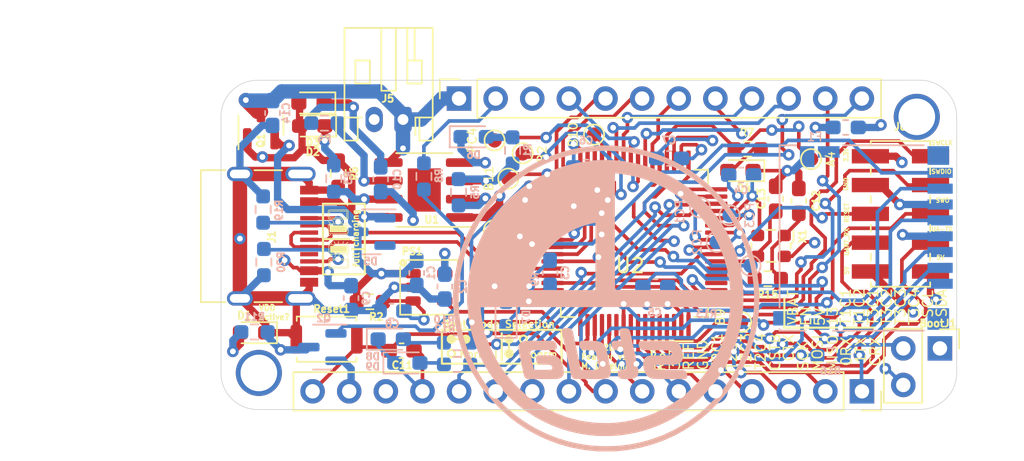
<source format=kicad_pcb>
(kicad_pcb (version 20221018) (generator pcbnew)
  (title_block (title "Layout STM32L452 Feather Board") (date "2023-12-17") (rev "v1.1") (company "Sailing Team Darmstadt e.V."))
  (layers (0 "F.Cu" signal) (1 "In1.Cu" power) (2 "In2.Cu" power) (31 "B.Cu" signal) (34 "B.Paste" user) (35 "F.Paste" user) (36 "B.SilkS" user "B.Silkscreen") (37 "F.SilkS" user "F.Silkscreen") (38 "B.Mask" user) (39 "F.Mask" user) (44 "Edge.Cuts" user))
  (net 0 "")
  (net 1 "VDD")
  (net 2 "GND")
  (net 3 "RESET")
  (net 4 "OSC_IN")
  (net 5 "OSC_OUT")
  (net 6 "Net-(D1-A)")
  (net 7 "Net-(J1-CC1)")
  (net 8 "/USB_DP")
  (net 9 "/USB_DM")
  (net 11 "Net-(J1-CC2)")
  (net 13 "VCC")
  (net 14 "EN")
  (net 15 "/12")
  (net 16 "/11")
  (net 17 "/10")
  (net 18 "/9")
  (net 19 "/6")
  (net 20 "/5")
  (net 21 "/I2C1_SCL")
  (net 22 "/I2C1_SDA")
  (net 23 "/CAN1_RX")
  (net 24 "/1 TX")
  (net 25 "/0 RX")
  (net 26 "/MISO")
  (net 27 "/MOSI")
  (net 28 "/SCK")
  (net 29 "/A5")
  (net 30 "/A4")
  (net 31 "/A3")
  (net 32 "/A2")
  (net 33 "/A1")
  (net 34 "/A0")
  (net 35 "BOOT")
  (net 36 "/SDMMC1_D2")
  (net 37 "/SYS_JTDO-SWO")
  (net 38 "/SDMMC1_D3")
  (net 39 "ADC-WKUP")
  (net 40 "UV_DET")
  (net 41 "/SDMMC1_CMD")
  (net 42 "/SDMMC1_CK")
  (net 43 "/SDMMC1_D0")
  (net 44 "/SDMMC1_D1")
  (net 45 "/SYS_JTCK-SWCLK")
  (net 46 "/SYS_JMTS-SWDIO")
  (net 47 "/SYS_JTDI")
  (net 48 "Net-(PS1-~{SHDN})")
  (net 49 "VBUS")
  (net 50 "Net-(D2-K)")
  (net 51 "Net-(U1-~{CHRG})")
  (net 52 "Net-(U1-~{STDBY})")
  (net 53 "Net-(U1-PROG)")
  (net 55 "/Ext_5V")
  (net 56 "+BATT")
  (net 57 "/AREF")
  (net 58 "3Vsup")
  (net 59 "Net-(Q2-G)")
  (net 60 "Net-(U2-PA4)")
  (net 61 "Net-(U2-PB9)")
  (net 62 "Net-(U2-PC6)")
  (net 63 "Net-(U2-PC7)")
  (net 64 "Net-(U2-PB11)")
  (net 65 "Net-(U2-PB2)")
  (net 66 "Net-(U2-PC4)")
  (net 67 "Net-(U2-PC1)")
  (net 68 "Net-(U2-PC2)")
  (net 69 "Net-(U2-PC3)")
  (net 70 "Net-(U2-PC0)")
  (net 71 "Net-(U2-PB10)")
  (net 75 "Net-(BootJ1-C)")
  (net 76 "Net-(D3-K)")
  (net 77 "Net-(D4-A)")
  (net 79 "Net-(D6-A)")
  (net 80 "Net-(D7-A)")
  (net 81 "Net-(D8-A)")
  (net 82 "Net-(D9-A)")
  (net 83 "Net-(U2-VBAT)")
  (footprint "LED_SMD:LED_0603_1608Metric_Pad1.05x0.95mm_HandSolder" (layer "F.Cu") (at 79.75 43.35 180)
    (fp_text reference "D4")
    (fp_text value "LED")
  )
  (footprint "Connector_USB:USB_C_Receptacle_G-Switch_GT-USB-7010ASV" (layer "F.Cu") (at 46.115 47.9 -90)
    (fp_text reference "J1")
    (fp_text value "USB_C_Receptacle_USB2.0")
  )
  (footprint "Capacitor_SMD:C_0603_1608Metric_Pad1.08x0.95mm_HandSolder" (layer "F.Cu") (at 56.25 55.85)
    (fp_text reference "C11")
    (fp_text value "100nF" hide)
  )
  (footprint "STM_Feather:PinHeader_1x03_P2.54mm_90Degr" (layer "F.Cu") (at 93.5875 55.69 -90)
    (fp_text reference "BootJ1")
    (fp_text value "Jumper_3_Bridged12")
  )
  (footprint "Resistor_SMD:R_0603_1608Metric_Pad0.98x0.95mm_HandSolder" (layer "F.Cu") (at 54.05 52.45)
    (fp_text reference "R2")
    (fp_text value "47k" hide)
  )
  (footprint "TestPoint:TestPoint_Pad_D1.0mm" (layer "F.Cu") (at 63.2 51.95)
    (fp_text reference "PC7")
    (fp_text value "TestPoint")
  )
  (footprint "TestPoint:TestPoint_Pad_D1.0mm" (layer "F.Cu") (at 63.65 43.9)
    (fp_text reference "B11")
    (fp_text value "TestPoint")
  )
  (footprint "LED_SMD:LED_0603_1608Metric_Pad1.05x0.95mm_HandSolder" (layer "F.Cu") (at 50.05 40.25 180)
    (fp_text reference "D2")
    (fp_text value "LED")
  )
  (footprint "TestPoint:TestPoint_Pad_D1.0mm" (layer "F.Cu") (at 62.7 41.25)
    (fp_text reference "PC4")
    (fp_text value "TestPoint")
  )
  (footprint "Connector_PinSocket_2.54mm:PinSocket_1x12_P2.54mm_Vertical" (layer "F.Cu") (at 60.233949 38.343949 90)
    (fp_text reference "J2" hide)
    (fp_text value "Conn_01x12_Female" hide)
  )
  (footprint "Button_Switch_SMD:SW_Push_SPST_NO_Alps_SKRK" (layer "F.Cu") (at 51.05 55.05)
    (fp_text reference "Reset1")
    (fp_text value "SW_Push" hide)
  )
  (footprint "TestPoint:TestPoint_Pad_D1.0mm" (layer "F.Cu") (at 79.8 53.85)
    (fp_text reference "B9")
    (fp_text value "TestPoint")
  )
  (footprint "Connector_PinSocket_2.54mm:PinSocket_1x16_P2.54mm_Vertical" (layer "F.Cu") (at 88.18 58.67 -90)
    (fp_text reference "J3" hide)
    (fp_text value "Conn_01x16_Female" hide)
  )
  (footprint "LOGO" (layer "F.Cu") (at 52.4 46.75)
    (fp_text reference "G***" hide)
    (fp_text value "LOGO" hide)
  )
  (footprint "Connector_JST:JST_PH_S2B-PH-K_1x02_P2.00mm_Horizontal" (layer "F.Cu") (at 56.35 39.8 180)
    (fp_text reference "J5")
    (fp_text value "Conn_01x02")
  )
  (footprint "TestPoint:TestPoint_Pad_D1.0mm" (layer "F.Cu") (at 69.6 40.85)
    (fp_text reference "B10")
    (fp_text value "TestPoint")
  )
  (footprint "LED_SMD:LED_0603_1608Metric_Pad1.05x0.95mm_HandSolder" (layer "F.Cu") (at 45.95 54.6 180)
    (fp_text reference "D1")
    (fp_text value "LED" hide)
  )
  (footprint "Capacitor_SMD:C_0603_1608Metric_Pad1.08x0.95mm_HandSolder" (layer "F.Cu") (at 83.8 45.45 -90)
    (fp_text reference "C12")
    (fp_text value "37pF" hide)
  )
  (footprint "TestPoint:TestPoint_Pad_D1.0mm" (layer "F.Cu") (at 62.65 47.5)
    (fp_text reference "B15")
    (fp_text value "TestPoint")
  )
  (footprint "Connector_PinHeader_2.00mm:PinHeader_2x05_P2.00mm_Vertical_SMD" (layer "F.Cu") (at 90.85 46.35)
    (fp_text reference "J6")
    (fp_text value "Conn_02x05_Odd_Even")
  )
  (footprint "Resistor_SMD:R_0603_1608Metric_Pad0.98x0.95mm_HandSolder" (layer "F.Cu") (at 81.65 50.85 180)
    (fp_text reference "R15")
    (fp_text value "1M" hide)
  )
  (footprint "Package_TO_SOT_SMD:SOT-23" (layer "F.Cu") (at 46.5 40.2 90)
    (fp_text reference "Q1")
    (fp_text value "DMG1045U")
  )
  (footprint "LOGO" (layer "F.Cu") (at 51.350001 49.450001 180)
    (fp_text reference "G***" hide)
    (fp_text value "LOGO" hide)
  )
  (footprint "Package_QFP:LQFP-64_10x10mm_P0.5mm" (layer "F.Cu") (at 72.4 48.4 180)
    (fp_text reference "U2")
    (fp_text value "STM32L452RETx")
  )
  (footprint "TestPoint:TestPoint_Pad_D1.0mm" (layer "F.Cu") (at 63.95 49.25)
    (fp_text reference "PC6")
    (fp_text value "TestPoint")
  )
  (footprint "Resistor_SMD:R_0603_1608Metric_Pad0.98x0.95mm_HandSolder" (layer "F.Cu") (at 51.85 43.55 -90)
    (fp_text reference "R6")
    (fp_text value "100k")
  )
  (footprint "Package_SO:SOIC-8-1EP_3.9x4.9mm_P1.27mm_EP2.29x3mm" (layer "F.Cu") (at 57.825 44.695 180)
    (fp_text reference "U1")
    (fp_text value "TP4056")
  )
  (footprint "TestPoint:TestPoint_Pad_D1.0mm" (layer "F.Cu") (at 84.65 42.55)
    (fp_text reference "A4")
    (fp_text value "TestPoint")
  )
  (footprint "Oscillator:Oscillator_SMD_ECS_2520MV-xxx-xx-4Pin_2.5x2.0mm" (layer "F.Cu") (at 81.875 48.575 -90)
    (fp_text reference "X1")
    (fp_text value "ECS-2520MV-xxx-xx")
  )
  (footprint "TestPoint:TestPoint_Pad_D1.0mm" (layer "F.Cu") (at 64.65 42.15)
    (fp_text reference "B2")
    (fp_text value "TestPoint")
  )
  (footprint "Resistor_SMD:R_0603_1608Metric_Pad0.98x0.95mm_HandSolder" (layer "F.Cu") (at 80.25 41.85 180)
    (fp_text reference "R7")
    (fp_text value "1k")
  )
  (footprint "LOGO" (layer "F.Cu") (at 51.346227 48.462271 180)
    (fp_text reference "G***" hide)
    (fp_text value "LOGO" hide)
  )
  (footprint "PCM_Package_TO_SOT_SMD_AKL:SOT-23-5" (layer "F.Cu") (at 58.15 51.45)
    (fp_text reference "PS1")
    (fp_text value "MCP1754T-3302E_OT" hide)
  )
  (footprint "LOGO" (layer "F.Cu") (at 52.403774 47.73773)
    (fp_text reference "G***" hide)
    (fp_text value "LOGO" hide)
  )
  (footprint "LED_SMD:LED_0603_1608Metric_Pad1.05x0.95mm_HandSolder" (layer "F.Cu") (at 50 38.65 180)
    (fp_text reference "D3")
    (fp_text value "LED")
  )
  (footprint "Capacitor_SMD:C_0603_1608Metric_Pad1.08x0.95mm_HandSolder" (layer "F.Cu") (at 82.2 45.3 90)
    (fp_text reference "C13")
    (fp_text value "37pF")
  )
  (footprint "Resistor_SMD:R_0603_1608Metric_Pad0.98x0.95mm_HandSolder" (layer "B.Cu") (at 63.6 49.3 90)
    (fp_text reference "R9")
    (fp_text value "1k")
  )
  (footprint "Resistor_SMD:R_0603_1608Metric_Pad0.98x0.95mm_HandSolder" (layer "B.Cu") (at 77.4 52.15 180)
    (fp_text reference "R13")
    (fp_text value "0")
  )
  (footprint "Resistor_SMD:R_0603_1608Metric_Pad0.98x0.95mm_HandSolder" (layer "B.Cu") (at 50.9 40.05)
    (fp_text reference "R4")
    (fp_text value "1k")
  )
  (footprint "Capacitor_SMD:C_0603_1608Metric_Pad1.08x0.95mm_HandSolder" (layer "B.Cu") (at 74.8 42.5)
    (fp_text reference "C7")
    (fp_text value "100nF" hide)
  )
  (footprint "Capacitor_SMD:C_0603_1608Metric_Pad1.08x0.95mm_HandSolder" (layer "B.Cu") (at 79.8 43.65)
    (fp_text reference "C4")
    (fp_text value "100nF" hide)
  )
  (footprint "Capacitor_SMD:C_0603_1608Metric_Pad1.08x0.95mm_HandSolder" (layer "B.Cu") (at 73.85 51.4)
    (fp_text reference "C5")
    (fp_text value "100nF" hide)
  )
  (footprint "Resistor_SMD:R_0603_1608Metric_Pad0.98x0.95mm_HandSolder" (layer "B.Cu") (at 86 56.2)
    (fp_text reference "R16")
    (fp_text value "10k")
  )
  (footprint "Capacitor_SMD:C_0603_1608Metric_Pad1.08x0.95mm_HandSolder" (layer "B.Cu") (at 57.3 50.45 -90)
    (fp_text reference "C1")
    (fp_text value "1µF" hide)
  )
  (footprint "TestPoint:TestPoint_Pad_D1.0mm" (layer "B.Cu") (at 78.1 48.3 180)
    (fp_text reference "PC2")
    (fp_text value "TestPoint")
  )
  (footprint "Resistor_SMD:R_0603_1608Metric_Pad0.98x0.95mm_HandSolder" (layer "B.Cu") (at 57.8 43.75 -90)
    (fp_text reference "R8")
    (fp_text value "10k")
  )
  (footprint "Capacitor_SMD:C_0603_1608Metric_Pad1.08x0.95mm_HandSolder" (layer "B.Cu") (at 66.55 50.4375 90)
    (fp_text reference "C3")
    (fp_text value "4.7µF")
  )
  (footprint "Capacitor_SMD:C_0603_1608Metric_Pad1.08x0.95mm_HandSolder" (layer "B.Cu") (at 59.25 51.4 -90)
    (fp_text reference "C2")
    (fp_text value "1µF" hide)
  )
  (footprint "TestPoint:TestPoint_Pad_D1.0mm" (layer "B.Cu") (at 80.45 49.95 180)
    (fp_text reference "PC0")
    (fp_text value "TestPoint")
  )
  (footprint "Package_TO_SOT_SMD:SOT-23" (layer "B.Cu") (at 50.7625 55.6 180)
    (fp_text reference "Q2")
    (fp_text value "DMG1045U")
  )
  (footprint "Capacitor_SMD:C_0603_1608Metric_Pad1.08x0.95mm_HandSolder" (layer "B.Cu") (at 69.05 43.1)
    (fp_text reference "C6")
    (fp_text value "100nF" hide)
  )
  (footprint "LED_SMD:LED_0603_1608Metric_Pad1.05x0.95mm_HandSolder" (layer "B.Cu") (at 55.5 55.05)
    (fp_text reference "D8")
    (fp_text value "LED")
  )
  (footprint "Diode_SMD:D_0603_1608Metric_Pad1.05x0.95mm_HandSolder" (layer "B.Cu") (at 61.25 41)
    (fp_text reference "D6")
    (fp_text value "D_Zener" hide)
  )
  (footprint "TestPoint:TestPoint_Pad_D1.0mm" (layer "B.Cu") (at 79 46.45 180)
    (fp_text reference "PC3")
    (fp_text value "TestPoint")
  )
  (footprint "Capacitor_SMD:C_0603_1608Metric_Pad1.08x0.95mm_HandSolder" (layer "B.Cu") (at 52.75 52.2 -90)
    (fp_text reference "C9")
    (fp_text value "10µF" hide)
  )
  (footprint "Resistor_SMD:R_0603_1608Metric_Pad0.98x0.95mm_HandSolder" (layer "B.Cu") (at 63.95 41.95 -90)
    (fp_text reference "R1")
    (fp_text value "50k")
  )
  (footprint "TestPoint:TestPoint_Pad_D1.0mm" (layer "B.Cu") (at 76.95 45.9 180)
    (fp_text reference "PC1")
    (fp_text value "TestPoint")
  )
  (footprint "Resistor_SMD:R_0603_1608Metric_Pad0.98x0.95mm_HandSolder" (layer "B.Cu") (at 46.65 46.05 -90)
    (fp_text reference "R19")
    (fp_text value "5,1k" hide)
  )
  (footprint "Resistor_SMD:R_0603_1608Metric_Pad0.98x0.95mm_HandSolder" (layer "B.Cu") (at 46.05 54.55 180)
    (fp_text reference "R11")
    (fp_text value "1k" hide)
  )
  (footprint "Capacitor_SMD:C_0603_1608Metric_Pad1.08x0.95mm_HandSolder" (layer "B.Cu") (at 55.55 53.1 180)
    (fp_text reference "C8")
    (fp_text value "100nF" hide)
  )
  (footprint "Resistor_SMD:R_0603_1608Metric_Pad0.98x0.95mm_HandSolder" (layer "B.Cu") (at 51.55 43.9 -90)
    (fp_text reference "R3")
    (fp_text value "1k")
  )
  (footprint "Resistor_SMD:R_0603_1608Metric_Pad0.98x0.95mm_HandSolder" (layer "B.Cu") (at 60.2 44.85 -90)
    (fp_text reference "R5")
    (fp_text value "5k")
  )
  (footprint "Resistor_SMD:R_0603_1608Metric_Pad0.98x0.95mm_HandSolder" (layer "B.Cu") (at 60.1 55.3 180)
    (fp_text reference "R10")
    (fp_text value "1k")
  )
  (footprint "Package_TO_SOT_SMD:SOT-23" (layer "B.Cu") (at 54.1625 47.6 180)
    (fp_text reference "D5")
    (fp_text value "ZHCS1000")
  )
  (footprint "Resistor_SMD:R_0603_1608Metric_Pad0.98x0.95mm_HandSolder" (layer "B.Cu") (at 46.7 49.7 90)
    (fp_text reference "R20")
    (fp_text value "5,1k" hide)
  )
  (footprint "LED_SMD:LED_0603_1608Metric_Pad1.05x0.95mm_HandSolder" (layer "B.Cu") (at 63.5 53.3 90)
    (fp_text reference "D7")
    (fp_text value "LED")
  )
  (footprint "Resistor_SMD:R_0603_1608Metric_Pad0.98x0.95mm_HandSolder" (layer "B.Cu") (at 60.1 56.8 180)
    (fp_text reference "R12")
    (fp_text value "1k")
  )
  (footprint "LOGO" (layer "B.Cu") (at 70.4 52.25 180)
    (fp_text reference "G***" hide)
    (fp_text value "LOGO" hide)
  )
  (footprint "Connector_Card:microSD_HC_Hirose_DM3D-SF" (layer "B.Cu") (at 88.25 48.025 -90)
    (fp_text reference "J4" hide)
    (fp_text value "Micro_SD_Card")
  )
  (footprint "Fuse:Fuse_0603_1608Metric_Pad1.05x0.95mm_HandSolder" (layer "B.Cu") (at 87.05 40.35 180)
    (fp_text reference "F1")
    (fp_text value "Fuse_Small")
  )
  (footprint "Capacitor_SMD:C_0603_1608Metric_Pad1.08x0.95mm_HandSolder" (layer "B.Cu") (at 54.8 43.95 90)
    (fp_text reference "C10")
    (fp_text value "10µF")
  )
  (footprint "LED_SMD:LED_0603_1608Metric_Pad1.05x0.95mm_HandSolder" (layer "B.Cu") (at 56.65 56.7)
    (fp_text reference "D9")
    (fp_text value "LED")
  )
  (footprint "Capacitor_SMD:C_0603_1608Metric_Pad1.08x0.95mm_HandSolder" (layer "B.Cu") (at 47.3 39.35 90)
    (fp_text reference "C14")
    (fp_text value "10µF")
  )
  (gr_circle (center 63.7 55.05) (end 63.95 55.05) (stroke (width 0.15)) (fill solid) (layer "F.SilkS"))
  (gr_circle (center 59.7 55.05) (end 59.95 55.05) (stroke (width 0.15)) (fill solid) (layer "F.SilkS"))
  (gr_line (start 52.6 48.1) (end 50.8 48.1) (stroke (width 0.15)) (layer "F.SilkS"))
  (gr_line (start 82.8 54.25) (end 89.05 54.25) (stroke (width 0.15)) (layer "F.SilkS"))
  (gr_circle (center 59.7 56.05) (end 59.85 56.25) (stroke (width 0.15)) (fill none) (layer "F.SilkS"))
  (gr_rect (start 59.05 54.4) (end 67.35 56.75) (stroke (width 0.15)) (fill none) (layer "F.SilkS"))
  (gr_line (start 82.8 54.25) (end 82.8 52.2) (stroke (width 0.15)) (layer "F.SilkS"))
  (gr_circle (center 64.7 55.05) (end 64.85 55.25) (stroke (width 0.15)) (fill none) (layer "F.SilkS"))
  (gr_line (start 59.7 55.05) (end 60.7 55.05) (stroke (width 0.15)) (layer "F.SilkS"))
  (gr_line (start 73.6 55.2) (end 76.45 55.2) (stroke (width 0.15)) (layer "F.SilkS"))
  (gr_rect (start 50.8 45.65) (end 53.7 50.55) (stroke (width 0.15)) (fill none) (layer "F.SilkS"))
  (gr_circle (center 63.7 56.05) (end 63.95 56.05) (stroke (width 0.15)) (fill solid) (layer "F.SilkS"))
  (gr_line (start 52.8 48.8) (end 53.7 48.8) (stroke (width 0.15)) (layer "F.SilkS"))
  (gr_circle (center 60.7 55.05) (end 60.95 55.05) (stroke (width 0.15)) (fill solid) (layer "F.SilkS"))
  (gr_line (start 63.2 54.65) (end 63.2 56.5) (stroke (width 0.15)) (layer "F.SilkS"))
  (gr_line (start 73.6 55.2) (end 73.6 57.1) (stroke (width 0.15)) (layer "F.SilkS"))
  (gr_line (start 63.7 56.05) (end 63.7 55.05) (stroke (width 0.15)) (layer "F.SilkS"))
  (gr_line (start 43.723949 57.393949) (end 43.723949 39.613949) (stroke (width 0.05)) (layer "Edge.Cuts"))
  (gr_arc (start 43.723949 39.613949) (mid 44.467898 37.817898) (end 46.263949 37.073949) (stroke (width 0.05)) (layer "Edge.Cuts"))
  (gr_line (start 94.75 39.61) (end 94.75 57.39) (stroke (width 0.05)) (layer "Edge.Cuts"))
  (gr_arc (start 94.75 57.39) (mid 94.006037 59.186037) (end 92.21 59.93) (stroke (width 0.05)) (layer "Edge.Cuts"))
  (gr_line (start 92.21 59.93) (end 46.263949 59.933949) (stroke (width 0.05)) (layer "Edge.Cuts"))
  (gr_line (start 46.263949 37.073949) (end 92.21 37.07) (stroke (width 0.05)) (layer "Edge.Cuts"))
  (gr_arc (start 92.21 37.07) (mid 94.006002 37.813969) (end 94.75 39.61) (stroke (width 0.05)) (layer "Edge.Cuts"))
  (gr_arc (start 46.263949 59.933949) (mid 44.467898 59.19) (end 43.723949 57.393949) (stroke (width 0.05)) (layer "Edge.Cuts"))
  (gr_text "\nREF" (at 75.6 56.25 90) (layer "F.SilkS") (effects (font (size 0.7 0.7) (thickness 0.1))))
  (gr_text "SCK" (at 84.1 56.2 90) (layer "F.SilkS") (effects (font (size 0.7 0.7) (thickness 0.1))))
  (gr_text "3,3V" (at 87.25 42.8 90) (layer "F.SilkS") (effects (font (size 0.3 0.3) (thickness 0.075) bold) (justify left bottom)))
  (gr_text "3.3" (at 75.2 56.35 90) (layer "F.SilkS") (effects (font (size 0.7 0.7) (thickness 0.1))))
  (gr_text "13" (at 86.15 53.45 90) (layer "F.SilkS") (effects (font (size 0.7 0.7) (thickness 0.1))))
  (gr_text "5V\n" (at 85.25 53.5 90) (layer "F.SilkS") (effects (font (size 0.7 0.7) (thickness 0.1))))
  (gr_text "SWDIO" (at 92.95 43.59) (layer "F.SilkS") (effects (font (size 0.3 0.3) (thickness 0.075) bold) (justify left bottom)))
  (gr_text "Boot Mode Selection" (at 59 54.3) (layer "F.SilkS") (effects (font (size 0.5 0.5) (thickness 0.1) bold) (justify left bottom)))
  (gr_text "EN" (at 84.3 53.45 90) (layer "F.SilkS") (effects (font (size 0.7 0.7) (thickness 0.1))))
  (gr_text "T3C4" (at 91.8 52.8 90) (layer "F.SilkS") (effects (font (size 0.7 0.7) (thickness 0.1))))
  (gr_text "MISO" (at 86.15 56 90) (layer "F.SilkS") (effects (font (size 0.7 0.7) (thickness 0.1))))
  (gr_text "T2C1" (at 78.15 55.9 90) (layer "F.SilkS") (effects (font (size 0.7 0.7) (thickness 0.1))))
  (gr_text "STM32L452 \nFeather v1.2\nM. Dafelmair" (at 68.65 57.15) (layer "F.SilkS") (effects (font (size 0.4 0.4) (thickness 0.1) bold) (justify left bottom)))
  (gr_text "SCL" (at 92.75 52.6 90) (layer "F.SilkS") (effects (font (size 0.7 0.7) (thickness 0.1))))
  (gr_text "charging" (at 53.3 48.7 90) (layer "F.SilkS") (effects (font (size 0.4 0.4) (thickness 0.1) bold) (justify left bottom)))
  (gr_text "GND" (at 87.25 44.8 90) (layer "F.SilkS") (effects (font (size 0.3 0.3) (thickness 0.075) bold) (justify left bottom)))
  (gr_text "SWCLK" (at 92.95 41.59) (layer "F.SilkS") (effects (font (size 0.3 0.3) (thickness 0.075) bold) (justify left bottom)))
  (gr_text "Normal" (at 60.2 56.4) (layer "F.SilkS") (effects (font (size 0.5 0.5) (thickness 0.1) bold) (justify left bottom)))
  (gr_text "T2C4" (at 81.15 55.9 90) (layer "F.SilkS") (effects (font (size 0.7 0.7) (thickness 0.1))))
  (gr_text "Progrm" (at 64.3 56.4) (layer "F.SilkS") (effects (font (size 0.5 0.5) (thickness 0.1) bold) (justify left bottom)))
  (gr_text "SDA" (at 93.7 52.55 90) (layer "F.SilkS") (effects (font (size 0.7 0.7) (thickness 0.1))))
  (gr_text "T3C2" (at 89.9 52.8 90) (layer "F.SilkS") (effects (font (size 0.7 0.7) (thickness 0.1))))
  (gr_text "CTX" (at 83.1 55.65 90) (layer "F.SilkS") (effects (font (size 0.7 0.7) (thickness 0.1))))
  (gr_text "T1C1\n" (at 87.05 52.8 90) (layer "F.SilkS") (effects (font (size 0.7 0.7) (thickness 0.1))))
  (gr_text "T2C3" (at 80.15 55.9 90) (layer "F.SilkS") (effects (font (size 0.7 0.7) (thickness 0.1))))
  (gr_text "UA-TX" (at 92.95 47.59) (layer "F.SilkS") (effects (font (size 0.3 0.3) (thickness 0.075) bold) (justify left bottom)))
  (gr_text "CSTB" (at 82.15 55.95 90) (layer "F.SilkS") (effects (font (size 0.7 0.7) (thickness 0.1))))
  (gr_text "1TX" (at 88.1 55.8 90) (layer "F.SilkS") (effects (font (size 0.7 0.7) (thickness 0.1))))
  (gr_text "0RX" (at 87.1 55.9 90) (layer "F.SilkS") (effects (font (size 0.7 0.7) (thickness 0.1))))
  (gr_text "VBAT" (at 83.4 52.85 90) (layer "F.SilkS") (effects (font (size 0.7 0.7) (thickness 0.1))))
  (gr_text "5V" (at 93.3 49.55) (layer "F.SilkS") (effects (font (size 0.3 0.3) (thickness 0.075) bold) (justify left bottom)))
  (gr_text "MOSI" (at 85.1 56 90) (layer "F.SilkS") (effects (font (size 0.7 0.7) (thickness 0.1))))
  (gr_text "VDD\nactive?" (at 46.3 53.75) (layer "F.SilkS") (effects (font (size 0.4 0.4) (thickness 0.1) bold) (justify left bottom)))
  (gr_text "UART_RX" (at 87.3 49.3 90) (layer "F.SilkS") (effects (font (size 0.3 0.3) (thickness 0.075) bold) (justify left bottom)))
  (gr_text "RESET\n" (at 87.3 47 90) (layer "F.SilkS") (effects (font (size 0.3 0.3) (thickness 0.075) bold) (justify left bottom)))
  (gr_text "T3C1" (at 88.95 52.8 90) (layer "F.SilkS") (effects (font (size 0.7 0.7) (thickness 0.1))))
  (gr_text "SWO" (at 93.25 45.59) (layer "F.SilkS") (effects (font (size 0.3 0.3) (thickness 0.075) bold) (justify left bottom)))
  (gr_text "5V\n" (at 87.3 50.6 90) (layer "F.SilkS") (effects (font (size 0.3 0.3) (thickness 0.075) bold) (justify left bottom)))
  (gr_text "RST" (at 74.2 56.35 90) (layer "F.SilkS") (effects (font (size 0.7 0.7) (thickness 0.1))))
  (gr_text "full" (at 53.35 50.1 90) (layer "F.SilkS") (effects (font (size 0.4 0.4) (thickness 0.1) bold) (justify left bottom)))
  (gr_text "CRX\n" (at 89.1 55.9 90) (layer "F.SilkS") (effects (font (size 0.7 0.7) (thickness 0.1))))
  (gr_text "GND" (at 77.15 56.15 90) (layer "F.SilkS") (effects (font (size 0.7 0.7) (thickness 0.1))))
  (gr_text "T1C2" (at 88 52.8 90) (layer "F.SilkS") (effects (font (size 0.7 0.7) (thickness 0.1))))
  (gr_text "T3C3" (at 90.85 52.8 90) (layer "F.SilkS") (effects (font (size 0.7 0.7) (thickness 0.1))))
  (gr_text "T2C2" (at 79.15 55.9 90) (layer "F.SilkS") (effects (font (size 0.7 0.7) (thickness 0.1))))
  (segment (start 59.25 49.1) (end 59.25 50.5) (width 0.508) (layer "F.Cu") (net 1))
  (segment (start 90.527 42.35) (end 88.765 42.35) (width 0.508) (layer "F.Cu") (net 1))
  (segment (start 68.181 41.5) (end 68.270592 41.5) (width 0.254) (layer "F.Cu") (net 1))
  (segment (start 75.001134 51.873) (end 74.027 51.873) (width 0.254) (layer "F.Cu") (net 1))
  (segment (start 76.15 53.021866) (end 75.001134 51.873) (width 0.254) (layer "F.Cu") (net 1))
  (segment (start 68.270592 41.5) (end 68.65 41.879408) (width 0.254) (layer "F.Cu") (net 1))
  (segment (start 75.15 41.3) (end 75.15 42.725) (width 0.25) (layer "F.Cu") (net 1))
  (segment (start 76.15 54.075) (end 76.15 53.021866) (width 0.254) (layer "F.Cu") (net 1))
  (segment (start 79.570891 45.096805) (end 79.570891 45.496873) (width 0.25) (layer "F.Cu") (net 1))
  (segment (start 65.075 52.423) (end 65.348 52.15) (width 0.254) (layer "F.Cu") (net 1))
  (segment (start 74.027 51.873) (end 73.28342 52.61658) (width 0.254) (layer "F.Cu") (net 1))
  (segment (start 84.324695 48.3) (end 83.324695 49.3) (width 0.25) (layer "F.Cu") (net 1))
  (segment (start 84.9 48.35) (end 84.85 48.3) (width 0.25) (layer "F.Cu") (net 1))
  (segment (start 68.65 41.879408) (end 68.65 42.725) (width 0.254) (layer "F.Cu") (net 1))
  (segment (start 78.917764 46.15) (end 78.075 46.15) (width 0.25) (layer "F.Cu") (net 1))
  (segment (start 84.324695 48.3) (end 84.85 48.3) (width 0.25) (layer "F.Cu") (net 1))
  (segment (start 75.4 41.05) (end 75.15 41.3) (width 0.25) (layer "F.Cu") (net 1))
  (segment (start 79.570891 45.496873) (end 78.917764 46.15) (width 0.25) (layer "F.Cu") (net 1))
  (segment (start 65.348 52.15) (end 66.725 52.15) (width 0.254) (layer "F.Cu") (net 1))
  (segment (start 90.527 42.35) (end 90.95 42.773) (width 0.508) (layer "F.Cu") (net 1))
  (segment (start 77.608941 41.05) (end 75.4 41.05) (width 0.25) (layer "F.Cu") (net 1))
  (segment (start 77.815488 41.256547) (end 77.608941 41.05) (width 0.25) (layer "F.Cu") (net 1))
  (segment (start 83.324695 49.3) (end 82.8 49.3) (width 0.25) (layer "F.Cu") (net 1))
  (via (at 77.815488 41.256547) (size 0.8) (drill 0.4) (layers "F.Cu" "B.Cu") (net 1))
  (via (at 73.28342 52.61658) (size 0.8) (drill 0.4) (layers "F.Cu" "B.Cu") (net 1))
  (via (at 65.075 52.423) (size 0.8) (drill 0.4) (layers "F.Cu" "B.Cu") (net 1))
  (via (at 59.25 49.1) (size 0.8) (drill 0.4) (layers "F.Cu" "B.Cu") (net 1))
  (via (at 91 47.8) (size 0.8) (drill 0.4) (layers "F.Cu" "B.Cu") (net 1))
  (via (at 47.859032 55.790384) (size 0.8) (drill 0.4) (layers "F.Cu" "B.Cu") (net 1))
  (via (at 90.95 42.773) (size 0.8) (drill 0.4) (layers "F.Cu" "B.Cu") (net 1))
  (via (at 68.181 41.5) (size 0.8) (drill 0.4) (layers "F.Cu" "B.Cu") (net 1))
  (via (at 89.8 57.1) (size 0.8) (drill 0.4) (layers "F.Cu" "B.Cu") (net 1))
  (via (at 79.570891 45.096805) (size 0.8) (drill 0.4) (layers "F.Cu" "B.Cu") (net 1))
  (via (at 84.9 48.35) (size 0.8) (drill 0.4) (layers "F.Cu" "B.Cu") (net 1))
  (segment (start 89.8 57.1) (end 89.9175 57.1) (width 0.254) (layer "B.Cu") (net 1))
  (segment (start 78.9375 44.4875) (end 78.9375 43.65) (width 0.25) (layer "B.Cu") (net 1))
  (segment (start 75.025 41.175) (end 73.9375 42.2625) (width 0.25) (layer "B.Cu") (net 1))
  (segment (start 73.9375 42.2625) (end 73.9375 42.5) (width 0.25) (layer "B.Cu") (net 1))
  (segment (start 75.2 50.5) (end 75.65 50.95) (width 0.25) (layer "B.Cu") (net 1))
  (segment (start 68.1875 41.5065) (end 68.1875 43.1) (width 0.254) (layer "B.Cu") (net 1))
  (segment (start 77.431852 41.256547) (end 77.350305 41.175) (width 0.25) (layer "B.Cu") (net 1))
  (segment (start 93.6 47.9) (end 91.1 47.9) (width 0.508) (layer "B.Cu") (net 1))
  (segment (start 79.546805 45.096805) (end 78.9375 44.4875) (width 0.25) (layer "B.Cu") (net 1))
  (segment (start 73.28342 52.61658) (end 72.9875 52.32066) (width 0.254) (layer "B.Cu") (net 1))
  (segment (start 91.1 47.9) (end 91 47.8) (width 0.508) (layer "B.Cu") (net 1))
  (segment (start 89.9175 57.1) (end 91.0475 58.23) (width 0.254) (layer "B.Cu") (net 1))
  (segment (start 65.075 52.423) (end 65.427 52.423) (width 0.254) (layer "B.Cu") (net 1))
  (segment (start 59.25 49.1) (end 59.25 50.5375) (width 0.508) (layer "B.Cu") (net 1))
  (segment (start 77.815488 41.256547) (end 77.431852 41.256547) (width 0.25) (layer "B.Cu") (net 1))
  (segment (start 49.634616 55.790384) (end 49.825 55.6) (width 0.508) (layer "B.Cu") (net 1))
  (segment (start 73.8875 50.5) (end 75.2 50.5) (width 0.25) (layer "B.Cu") (net 1))
  (segment (start 72.9875 51.4) (end 73.8875 50.5) (width 0.25) (layer "B.Cu") (net 1))
  (segment (start 68.181 41.5) (end 68.1875 41.5065) (width 0.254) (layer "B.Cu") (net 1))
  (segment (start 72.9875 52.32066) (end 72.9875 51.4) (width 0.254) (layer "B.Cu") (net 1))
  (segment (start 47.859032 55.790384) (end 49.634616 55.790384) (width 0.508) (layer "B.Cu") (net 1))
  (segment (start 75.65 50.95) (end 75.65 51.3125) (width 0.25) (layer "B.Cu") (net 1))
  (segment (start 79.570891 45.096805) (end 79.546805 45.096805) (width 0.25) (layer "B.Cu") (net 1))
  (segment (start 75.65 51.3125) (end 76.4875 52.15) (width 0.25) (layer "B.Cu") (net 1))
  (segment (start 46.9625 54.893852) (end 46.9625 54.55) (width 0.508) (layer "B.Cu") (net 1))
  (segment (start 65.427 52.423) (end 66.55 51.3) (width 0.254) (layer "B.Cu") (net 1))
  (segment (start 47.859032 55.790384) (end 46.9625 54.893852) (width 0.508) (layer "B.Cu") (net 1))
  (segment (start 77.350305 41.175) (end 75.025 41.175) (width 0.25) (layer "B.Cu") (net 1))
  (segment (start 82.2 44.15) (end 82.2 44.4375) (width 0.508) (layer "F.Cu") (net 2))
  (segment (start 89.45 44.35) (end 88.765 44.35) (width 0.508) (layer "F.Cu") (net 2))
  (segment (start 55.75 51.45) (end 57.05 51.45) (width 0.508) (layer "F.Cu") (net 2))
  (segment (start 49.84 44.7) (end 49.84 44.18) (width 0.508) (layer "F.Cu") (net 2))
  (segment (start 45.04 52.22) (end 49.24 52.22) (width 1) (layer "F.Cu") (net 2))
  (segment (start 63.050017 45.649983) (end 62.1 46.6) (width 0.508) (layer "F.Cu") (net 2))
  (segment (start 75.65 41.65) (end 75.65 42.725) (width 0.25) (layer "F.Cu") (net 2))
  (segment (start 46.825 54.6) (end 46.825 54.005) (width 0.508) (layer "F.Cu") (net 2))
  (segment (start 81.075 47.725) (end 81.075 45.60418) (width 0.25) (layer "F.Cu") (net 2))
  (segment (start 48.5 54.6) (end 48.95 55.05) (width 0.508) (layer "F.Cu") (net 2))
  (segment (start 65.375 51.65) (end 66.725 51.65) (width 0.254) (layer "F.Cu") (net 2))
  (segment (start 49.84 51.62) (end 49.24 52.22) (width 0.508) (layer "F.Cu") (net 2))
  (segment (start 80.570888 45.100068) (end 80.570888 45.133272) (width 0.25) (layer "F.Cu") (net 2))
  (segment (start 76.7 41.55) (end 75.75 41.55) (width 0.25) (layer "F.Cu") (net 2))
  (segment (start 75.020592 52.6) (end 74.7 52.6) (width 0.254) (layer "F.Cu") (net 2))
  (segment (start 77.05 41.9) (end 76.7 41.55) (width 0.25) (layer "F.Cu") (net 2))
  (segment (start 57.35 55.85) (end 57.7 56.2) (width 0.254) (layer "F.Cu") (net 2))
  (segment (start 49.84 44.18) (end 49.24 43.58) (width 0.508) (layer "F.Cu") (net 2))
  (segment (start 83 43.35) (end 82.2 44.15) (width 0.508) (layer "F.Cu") (net 2))
  (segment (start 69.15 43.9) (end 69.15 42.725) (width 0.254) (layer "F.Cu") (net 2))
  (segment (start 80.95 47.85) (end 81.075 47.725) (width 0.25) (layer "F.Cu") (net 2))
  (segment (start 46.825 54.6) (end 48.5 54.6) (width 0.508) (layer "F.Cu") (net 2))
  (segment (start 75.75 41.55) (end 75.65 41.65) (width 0.25) (layer "F.Cu") (net 2))
  (segment (start 81.075 45.60418) (end 80.570888 45.100068) (width 0.25) (layer "F.Cu") (net 2))
  (segment (start 46.825 54.005) (end 45.04 52.22) (width 0.508) (layer "F.Cu") (net 2))
  (segment (start 80.570888 45.133272) (end 79.05416 46.65) (width 0.25) (layer "F.Cu") (net 2))
  (segment (start 48.95 52.51) (end 49.24 52.22) (width 0.508) (layer "F.Cu") (net 2))
  (segment (start 69.827 44.577) (end 69.15 43.9) (width 0.254) (layer "F.Cu") (net 2))
  (segment (start 75.65 53.229408) (end 75.020592 52.6) (width 0.254) (layer "F.Cu") (net 2))
  (segment (start 48.95 55.05) (end 48.95 52.51) (width 0.508) (layer "F.Cu") (net 2))
  (segment (start 57.1125 55.85) (end 57.35 55.85) (width 0.254) (layer "F.Cu") (net 2))
  (segment (start 51.6125 44.7) (end 51.85 44.4625) (width 0.508) (layer "F.Cu") (net 2))
  (segment (start 49.84 44.7) (end 51.6125 44.7) (width 0.508) (layer "F.Cu") (net 2))
  (segment (start 83 43.35) (end 83.65 43.35) (width 0.508) (layer "F.Cu") (net 2))
  (segment (start 57.7 56.2) (end 57.7 58.67) (width 0.254) (layer "F.Cu") (net 2))
  (segment (start 49.84 51.1) (end 49.84 51.62) (width 0.508) (layer "F.Cu") (net 2))
  (segment (start 83.8 43.5) (end 83.8 44.5875) (width 0.508) (layer "F.Cu") (net 2))
  (segment (start 79.05416 46.65) (end 78.075 46.65) (width 0.25) (layer "F.Cu") (net 2))
  (segment (start 90.8 45.7) (end 89.45 44.35) (width 0.508) (layer "F.Cu") (net 2))
  (segment (start 80.625 43.35) (end 83 43.35) (width 0.25) (layer "F.Cu") (net 2))
  (segment (start 65.1 51.375) (end 65.375 51.65) (width 0.254) (layer "F.Cu") (net 2))
  (segment (start 45.04 43.58) (end 47.84 43.58) (width 1) (layer "F.Cu") (net 2))
  (segment (start 62.1 46.6) (end 60.3 46.6) (width 0.508) (layer "F.Cu") (net 2))
  (segment (start 69.827 44.698154) (end 69.827 44.577) (width 0.254) (layer "F.Cu") (net 2))
  (segment (start 63.050017 45.100017) (end 63.050017 45.649983) (width 0.508) (layer "F.Cu") (net 2))
  (segment (start 45.04 43.58) (end 45.04 52.22) (width 1) (layer "F.Cu") (net 2))
  (segment (start 83.65 43.35) (end 83.8 43.5) (width 0.508) (layer "F.Cu") (net 2))
  (segment (start 47.84 43.58) (end 49.24 43.58) (width 1) (layer "F.Cu") (net 2))
  (segment (start 75.65 54.075) (end 75.65 53.229408) (width 0.254) (layer "F.Cu") (net 2))
  (segment (start 62.11 44.06) (end 60.3 44.06) (width 0.508) (layer "F.Cu") (net 2))
  (via (at 80.570888 45.100068) (size 0.8) (drill 0.4) (layers "F.Cu" "B.Cu") (net 2))
  (via (at 65.1 51.375) (size 0.8) (drill 0.4) (layers "F.Cu" "B.Cu") (net 2))
  (via (at 91.983949 39.613949) (size 3.2) (drill 2.54) (layers "F.Cu" "B.Cu") (net 2))
  (via (at 83 43.35) (size 0.8) (drill 0.4) (layers "F.Cu" "B.Cu") (net 2))
  (via (at 45.04 48.07) (size 0.8) (drill 0.4) (layers "F.Cu" "B.Cu") (net 2))
  (via (at 90.8 45.7) (size 0.8) (drill 0.4) (layers "F.Cu" "B.Cu") (net 2))
  (via (at 74.7 52.6) (size 0.8) (drill 0.4) (layers "F.Cu" "B.Cu") (net 2))
  (via (at 55.75 51.45) (size 0.8) (drill 0.4) (layers "F.Cu" "B.Cu") (net 2))
  (via (at 46.352849 57.393949) (size 3.2) (drill 2.54) (layers "F.Cu" "B.Cu") (net 2))
  (via (at 77.05 41.9) (size 0.8) (drill 0.4) (layers "F.Cu" "B.Cu") (net 2))
  (via (at 63.050017 45.100017) (size 0.8) (drill 0.4) (layers "F.Cu" "B.Cu") (net 2))
  (via (at 69.827 44.698154) (size 0.8) (drill 0.4) (layers "F.Cu" "B.Cu") (net 2))
  (via (at 57.05 46.8) (size 0.8) (drill 0.4) (layers "F.Cu" "B.Cu") (net 2))
  (via (at 62.11 44.06) (size 0.8) (drill 0.4) (layers "F.Cu" "B.Cu") (net 2))
  (segment (start 80.570888 43.741612) (end 80.6625 43.65) (width 0.25) (layer "B.Cu") (net 2))
  (segment (start 57.1125 51.5) (end 55.8 51.5) (width 0.508) (layer "B.Cu") (net 2))
  (segment (start 75.6625 42.5) (end 76.45 42.5) (width 0.25) (layer "B.Cu") (net 2))
  (segment (start 57.05 46.8) (end 57.05 46.3) (width 0.508) (layer "B.Cu") (net 2))
  (segment (start 59.25 52.2625) (end 58.25 52.2625) (width 0.508) (layer "B.Cu") (net 2))
  (segment (start 50.8625 53.0625) (end 54.65 53.0625) (width 0.508) (layer "B.Cu") (net 2))
  (segment (start 83.4 43.35) (end 84.375 42.375) (width 0.508) (layer "B.Cu") (net 2))
  (segment (start 83 43.35) (end 83.4 43.35) (width 0.508) (layer "B.Cu") (net 2))
  (segment (start 55.775 56.745) (end 57.7 58.67) (width 0.25) (layer "B.Cu") (net 2))
  (segment (start 61.9875 43.9375) (end 60.2 43.9375) (width 0.508) (layer "B.Cu") (net 2))
  (segment (start 62.7525 44.06) (end 63.95 42.8625) (width 0.508) (layer "B.Cu") (net 2))
  (segment (start 74.7 51.5125) (end 74.7125 51.5) (width 0.254) (layer "B.Cu") (net 2))
  (segment (start 69.827 44.698154) (end 69.827 43.1855) (width 0.254) (layer "B.Cu") (net 2))
  (segment (start 45.04 43.58) (end 45.04 41.76) (width 0.508) (layer "B.Cu") (net 2))
  (segment (start 74.7 52.6) (end 74.7 51.5125) (width 0.254) (layer "B.Cu") (net 2))
  (segment (start 62.11 44.06) (end 62.7525 44.06) (width 0.508) (layer "B.Cu") (net 2))
  (segment (start 55.775 56.7) (end 55.775 56.745) (width 0.25) (layer "B.Cu") (net 2))
  (segment (start 65.1 51.375) (end 64.875 51.375) (width 0.25) (layer "B.Cu") (net 2))
  (segment (start 64.35 53.125) (end 63.85 53.625) (width 0.25) (layer "B.Cu") (net 2))
  (segment (start 57.05 46.3) (end 55.5625 44.8125) (width 0.508) (layer "B.Cu") (net 2))
  (segment (start 50.02 52.22) (end 50.8625 53.0625) (width 0.508) (layer "B.Cu") (net 2))
  (segment (start 55.5625 44.8125) (end 54.8 44.8125) (width 0.508) (layer "B.Cu") (net 2))
  (segment (start 46.5875 40.2125) (end 47.3 40.2125) (width 0.508) (layer "B.Cu") (net 2))
  (segment (start 54.6875 52.5125) (end 55.75 51.45) (width 0.508) (layer "B.Cu") (net 2))
  (segment (start 76.45 42.5) (end 77.05 41.9) (width 0.25) (layer "B.Cu") (net 2))
  (segment (start 45.04 41.76) (end 46.5875 40.2125) (width 0.508) (layer "B.Cu") (net 2))
  (segment (start 46.6475 50.6125) (end 45.04 52.22) (width 0.508) (layer "B.Cu") (net 2))
  (segment (start 90.8 45.7) (end 91.094789 45.7) (width 0.508) (layer "B.Cu") (net 2))
  (segment (start 54.625 55.05) (end 54.625 55.55) (width 0.25) (layer "B.Cu") (net 2))
  (segment (start 49.24 52.22) (end 50.02 52.22) (width 0.508) (layer "B.Cu") (net 2))
  (segment (start 65.1 51.375) (end 65.1 51.025) (width 0.254) (layer "B.Cu") (net 2))
  (segment (start 55.8 51.5) (end 55.75 51.45) (width 0.508) (layer "B.Cu") (net 2))
  (segment (start 54.65 53.0625) (end 54.6875 53.1) (width 0.508) (layer "B.Cu") (net 2))
  (segment (start 54.6875 53.1) (end 54.6875 52.5125) (width 0.508) (layer "B.Cu") (net 2))
  (segment (start 64.875 51.375) (end 64.35 51.9) (width 0.25) (layer "B.Cu") (net 2))
  (segment (start 62.11 44.06) (end 61.9875 43.9375) (width 0.508) (layer "B.Cu") (net 2))
  (segment (start 57.3 51.3125) (end 57.1125 51.5) (width 0.508) (layer "B.Cu") (net 2))
  (segment (start 58.25 52.2625) (end 57.3 51.3125) (width 0.508) (layer "B.Cu") (net 2))
  (segment (start 69.827 43.1855) (end 69.9125 43.1) (width 0.254) (layer "B.Cu") (net 2))
  (segment (start 54.625 55.55) (end 55.775 56.7) (width 0.25) (layer "B.Cu") (net 2))
  (segment (start 65.1 51.025) (end 66.55 49.575) (width 0.254) (layer "B.Cu") (net 2))
  (segment (start 64.35 51.9) (end 64.35 53.125) (width 0.25) (layer "B.Cu") (net 2))
  (segment (start 45.04 43.58) (end 45.0925 43.58) (width 0.508) (layer "B.Cu") (net 2))
  (segment (start 45.0925 43.58) (end 46.65 45.1375) (width 0.508) (layer "B.Cu") (net 2))
  (segment (start 91.094789 45.7) (end 93.6 45.7) (width 0.508) (layer "B.Cu") (net 2))
  (segment (start 46.7 50.6125) (end 46.6475 50.6125) (width 0.508) (layer "B.Cu") (net 2))
  (segment (start 80.570888 45.100068) (end 80.570888 43.741612) (width 0.25) (layer "B.Cu") (net 2))
  (segment (start 56.5375 54.7) (end 55.3875 55.85) (width 0.254) (layer "F.Cu") (net 3))
  (segment (start 85.928134 46.355737) (end 85.933871 46.35) (width 0.254) (layer "F.Cu") (net 3))
  (segment (start 50.08 58.67) (end 53.15 55.6) (width 0.254) (layer "F.Cu") (net 3))
  (segment (start 75.65 50.5) (end 77 49.15) (width 0.254) (layer "F.Cu") (net 3))
  (segment (start 53.15 55.6) (end 53.15 55.05) (width 0.254) (layer "F.Cu") (net 3))
  (segment (start 61.973 55.4) (end 61.273 54.7) (width 0.254) (layer "F.Cu") (net 3))
  (segment (start 55.1375 55.6) (end 53.15 55.6) (width 0.254) (layer "F.Cu") (net 3))
  (segment (start 85.679545 46.355737) (end 85.928134 46.355737) (width 0.254) (layer "F.Cu") (net 3))
  (segment (start 85.417 46.618282) (end 85.679545 46.355737) (width 0.254) (layer "F.Cu") (net 3))
  (segment (start 85.933871 46.35) (end 88.765 46.35) (width 0.254) (layer "F.Cu") (net 3))
  (segment (start 79.473 49.15) (end 78.075 49.15) (width 0.254) (layer "F.Cu") (net 3))
  (segment (start 61.273 54.7) (end 56.5375 54.7) (width 0.254) (layer "F.Cu") (net 3))
  (segment (start 68.785804 50.5) (end 75.65 50.5) (width 0.254) (layer "F.Cu") (net 3))
  (segment (start 79.7 48.923) (end 79.473 49.15) (width 0.254) (layer "F.Cu") (net 3))
  (segment (start 62.85 55.4) (end 61.973 55.4) (width 0.254) (layer "F.Cu") (net 3))
  (segment (start 68.708804 50.423) (end 68.785804 50.5) (width 0.254) (layer "F.Cu") (net 3))
  (segment (start 55.3875 55.85) (end 55.1375 55.6) (width 0.254) (layer "F.Cu") (net 3))
  (segment (start 77 49.15) (end 78.075 49.15) (width 0.254) (layer "F.Cu") (net 3))
  (via (at 85.417 46.618282) (size 0.8) (drill 0.4) (layers "F.Cu" "B.Cu") (net 3))
  (via (at 79.7 48.923) (size 0.8) (drill 0.4) (layers "F.Cu" "B.Cu") (net 3))
  (via (at 68.708804 50.423) (size 0.8) (drill 0.4) (layers "F.Cu" "B.Cu") (net 3))
  (via (at 62.85 55.4) (size 0.8) (drill 0.4) (layers "F.Cu" "B.Cu") (net 3))
  (segment (start 64.23974 55.4) (end 68.708804 50.930936) (width 0.254) (layer "B.Cu") (net 3))
  (segment (start 79.7 48.695394) (end 79.7 48.923) (width 0.254) (layer "B.Cu") (net 3))
  (segment (start 84.427606 45.923) (end 82.472394 45.923) (width 0.254) (layer "B.Cu") (net 3))
  (segment (start 82.472394 45.923) (end 79.7 48.695394) (width 0.254) (layer "B.Cu") (net 3))
  (segment (start 62.85 55.4) (end 64.23974 55.4) (width 0.254) (layer "B.Cu") (net 3))
  (segment (start 85.122888 46.618282) (end 84.427606 45.923) (width 0.254) (layer "B.Cu") (net 3))
  (segment (start 68.708804 50.930936) (end 68.708804 50.423) (width 0.254) (layer "B.Cu") (net 3))
  (segment (start 85.417 46.618282) (end 85.122888 46.618282) (width 0.254) (layer "B.Cu") (net 3))
  (segment (start 79.6 51.55) (end 79.942 51.892) (width 0.254) (layer "F.Cu") (net 4))
  (segment (start 83.8 46.85) (end 83.8 46.3125) (width 0.254) (layer "F.Cu") (net 4))
  (segment (start 82.8 47.85) (end 83.8 46.85) (width 0.254) (layer "F.Cu") (net 4))
  (segment (start 81.95 50.2375) (end 81.95 48.742053) (width 0.254) (layer "F.Cu") (net 4))
  (segment (start 78.075 50.15) (end 79.25 50.15) (width 0.254) (layer "F.Cu") (net 4))
  (segment (start 82.5625 51.2375) (end 82.5625 50.85) (width 0.254) (layer "F.Cu") (net 4))
  (segment (start 79.25 50.15) (end 79.6 50.5) (width 0.254) (layer "F.Cu") (net 4))
  (segment (start 82.5625 50.85) (end 81.95 50.2375) (width 0.254) (layer "F.Cu") (net 4))
  (segment (start 81.908 51.892) (end 82.5625 51.2375) (width 0.254) (layer "F.Cu") (net 4))
  (segment (start 81.95 48.742053) (end 82.8 47.892053) (width 0.254) (layer "F.Cu") (net 4))
  (segment (start 79.942 51.892) (end 81.908 51.892) (width 0.254) (layer "F.Cu") (net 4))
  (segment (start 82.8 47.892053) (end 82.8 47.85) (width 0.254) (layer "F.Cu") (net 4))
  (segment (start 79.6 50.5) (end 79.6 51.55) (width 0.254) (layer "F.Cu") (net 4))
  (segment (start 80.7375 50.85) (end 80.7375 49.5125) (width 0.254) (layer "F.Cu") (net 5))
  (segment (start 78.075 49.65) (end 80.6 49.65) (width 0.254) (layer "F.Cu") (net 5))
  (segment (start 80.875 49.175) (end 81.8 48.25) (width 0.254) (layer "F.Cu") (net 5))
  (segment (start 81.8 48.25) (end 81.8 46.5625) (width 0.254) (layer "F.Cu") (net 5))
  (segment (start 80.7375 49.5125) (end 80.875 49.375) (width 0.254) (layer "F.Cu") (net 5))
  (segment (start 81.8 46.5625) (end 82.2 46.1625) (width 0.254) (layer "F.Cu") (net 5))
  (segment (start 80.6 49.65) (end 80.875 49.375) (width 0.254) (layer "F.Cu") (net 5))
  (segment (start 80.875 49.375) (end 80.875 49.175) (width 0.254) (layer "F.Cu") (net 5))
  (segment (start 44.55 55.9) (end 45.075 55.375) (width 0.508) (layer "F.Cu") (net 6))
  (segment (start 45.075 55.375) (end 45.075 54.6) (width 0.508) (layer "F.Cu") (net 6))
  (via (at 44.55 55.9) (size 0.8) (drill 0.4) (layers "F.Cu" "B.Cu") (net 6))
  (segment (start 44.55 55.1375) (end 45.1375 54.55) (width 0.508) (layer "B.Cu") (net 6))
  (segment (start 44.55 55.9) (end 44.55 55.1375) (width 0.508) (layer "B.Cu") (net 6))
  (segment (start 51.846889 46.901647) (end 51.595242 46.65) (width 0.254) (layer "F.Cu") (net 7))
  (segment (start 51.595242 46.65) (end 49.84 46.65) (width 0.254) (layer "F.Cu") (net 7))
  (via (at 51.846889 46.901647) (size 0.8) (drill 0.4) (layers "F.Cu" "B.Cu") (net 7))
  (segment (start 51.846889 46.901647) (end 51.786036 46.9625) (width 0.254) (layer "B.Cu") (net 7))
  (segment (start 51.786036 46.9625) (end 46.65 46.9625) (width 0.254) (layer "B.Cu") (net 7))
  (segment (start 51.596396 48.3) (end 60.1 48.3) (width 0.25) (layer "F.Cu") (net 8))
  (segment (start 62.45 50.65) (end 66.725 50.65) (width 0.25) (layer "F.Cu") (net 8))
  (segment (start 48.81 47.65) (end 49.84 47.65) (width 0.25) (layer "F.Cu") (net 8))
  (segment (start 60.1 48.3) (end 62.45 50.65) (width 0.25) (layer "F.Cu") (net 8))
  (segment (start 51.246396 48.65) (end 51.596396 48.3) (width 0.25) (layer "F.Cu") (net 8))
  (segment (start 49.84 48.65) (end 48.82 48.65) (width 0.25) (layer "F.Cu") (net 8))
  (segment (start 48.59 47.87) (end 48.81 47.65) (width 0.25) (layer "F.Cu") (net 8))
  (segment (start 48.82 48.65) (end 48.59 48.42) (width 0.25) (layer "F.Cu") (net 8))
  (segment (start 49.84 48.65) (end 51.246396 48.65) (width 0.25) (layer "F.Cu") (net 8))
  (segment (start 48.59 48.42) (end 48.59 47.87) (width 0.25) (layer "F.Cu") (net 8))
  (segment (start 51.39 47.65) (end 51.34 47.7) (width 0.254) (layer "F.Cu") (net 9))
  (segment (start 51.07 47.15) (end 49.84 47.15) (width 0.25) (layer "F.Cu") (net 9))
  (segment (start 51.34 47.42) (end 51.34 47.92) (width 0.25) (layer "F.Cu") (net 9))
  (segment (start 51.11 48.15) (end 51.34 47.92) (width 0.25) (layer "F.Cu") (net 9))
  (segment (start 60.15 47.65) (end 51.39 47.65) (width 0.254) (layer "F.Cu") (net 9))
  (segment (start 49.84 48.15) (end 51.11 48.15) (width 0.25) (layer "F.Cu") (net 9))
  (segment (start 51.34 47.42) (end 51.07 47.15) (width 0.25) (layer "F.Cu") (net 9))
  (segment (start 62.65 50.15) (end 60.15 47.65) (width 0.254) (layer "F.Cu") (net 9))
  (segment (start 66.725 50.15) (end 62.65 50.15) (width 0.254) (layer "F.Cu") (net 9))
  (segment (start 51.3 49.5) (end 51.225 49.575) (width 0.254) (layer "F.Cu") (net 11))
  (segment (start 51.85 49.5) (end 51.3 49.5) (width 0.254) (layer "F.Cu") (net 11))
  (segment (start 51.225 49.575) (end 51.15 49.65) (width 0.254) (layer "F.Cu") (net 11))
  (segment (start 51.15 49.65) (end 49.84 49.65) (width 0.254) (layer "F.Cu") (net 11))
  (via (at 51.85 49.5) (size 0.8) (drill 0.4) (layers "F.Cu" "B.Cu") (net 11))
  (segment (start 51.7 49.375) (end 51.168 48.843) (width 0.254) (layer "B.Cu") (net 11))
  (segment (start 46.7555 48.843) (end 46.7 48.7875) (width 0.254) (layer "B.Cu") (net 11))
  (segment (start 51.168 48.843) (end 46.7555 48.843) (width 0.254) (layer "B.Cu") (net 11))
  (segment (start 54.2 50.5) (end 53.1375 51.5625) (width 0.508) (layer "F.Cu") (net 13))
  (segment (start 48.45 41.6) (end 47.9125 41.6) (width 0.508) (layer "F.Cu") (net 13))
  (segment (start 54.85 50.5) (end 54.2 50.5) (width 0.508) (layer "F.Cu") (net 13))
  (segment (start 54.85 50.5) (end 57.05 50.5) (width 0.508) (layer "F.Cu") (net 13))
  (segment (start 47.9125 41.6) (end 47.45 41.1375) (width 0.508) (layer "F.Cu") (net 13))
  (segment (start 53.1375 51.5625) (end 53.1375 52.45) (width 0.508) (layer "F.Cu") (net 13))
  (via (at 54.85 50.5) (size 0.8) (drill 0.4) (layers "F.Cu" "B.Cu") (net 13))
  (via (at 48.45 41.6) (size 0.8) (drill 0.4) (layers "F.Cu" "B.Cu") (net 13))
  (segment (start 52.796 46.903739) (end 53.225 47.332739) (width 0.508) (layer "B.Cu") (net 13))
  (segment (start 53.225 49.525) (end 54.2 50.5) (width 0.508) (layer "B.Cu") (net 13))
  (segment (start 53.225 47.332739) (end 53.225 47.6) (width 0.508) (layer "B.Cu") (net 13))
  (segment (start 47.65 42.4) (end 47.65 45.35) (width 0.508) (layer "B.Cu") (net 13))
  (segment (start 53.225 47.6) (end 53.225 49.525) (width 0.508) (layer "B.Cu") (net 13))
  (segment (start 56.3875 50.5) (end 57.3 49.5875) (width 0.508) (layer "B.Cu") (net 13))
  (segment (start 54.85 50.5) (end 56.3875 50.5) (width 0.508) (layer "B.Cu") (net 13))
  (segment (start 54.2 50.5) (end 54.85 50.5) (width 0.508) (layer "B.Cu") (net 13))
  (segment (start 52.200628 46.047647) (end 52.796 46.643019) (width 0.508) (layer "B.Cu") (net 13))
  (segment (start 48.45 41.6) (end 47.65 42.4) (width 0.508) (layer "B.Cu") (net 13))
  (segment (start 52.796 46.643019) (end 52.796 46.903739) (width 0.508) (layer "B.Cu") (net 13))
  (segment (start 48.347647 46.047647) (end 52.200628 46.047647) (width 0.508) (layer "B.Cu") (net 13))
  (segment (start 47.65 45.35) (end 48.347647 46.047647) (width 0.508) (layer "B.Cu") (net 13))
  (segment (start 62.773949 38.726051) (end 62.773949 38.343949) (width 0.254) (layer "B.Cu") (net 14))
  (segment (start 61.6 39.9) (end 62.773949 38.726051) (width 0.254) (layer "B.Cu") (net 14))
  (segment (start 59.55 39.9) (end 61.6 39.9) (width 0.254) (layer "B.Cu") (net 14))
  (segment (start 57.8 42.8375) (end 57.8 41.65) (width 0.254) (layer "B.Cu") (net 14))
  (segment (start 57.8 41.65) (end 59.55 39.9) (width 0.254) (layer "B.Cu") (net 14))
  (segment (start 67 43.192053) (end 68.646 44.838053) (width 0.254) (layer "F.Cu") (net 15))
  (segment (start 68 39.65) (end 67 40.65) (width 0.254) (layer "F.Cu") (net 15))
  (segment (start 68.646 44.838053) (end 68.646 45.239187) (width 0.254) (layer "F.Cu") (net 15))
  (segment (start 67 40.65) (end 67 43.192053) (width 0.254) (layer "F.Cu") (net 15))
  (segment (start 68.45 39.65) (end 68 39.65) (width 0.254) (layer "F.Cu") (net 15))
  (segment (start 68.95 48.007948) (end 68.307948 48.65) (width 0.254) (layer "F.Cu") (net 15))
  (segment (start 68.95 45.543187) (end 68.95 48.007948) (width 0.254) (layer "F.Cu") (net 15))
  (segment (start 70.393949 38.343949) (end 69.756051 38.343949) (width 0.254) (layer "F.Cu") (net 15))
  (segment (start 68.646 45.239187) (end 68.95 45.543187) (width 0.254) (layer "F.Cu") (net 15))
  (segment (start 68.307948 48.65) (end 66.725 48.65) (width 0.254) (layer "F.Cu") (net 15))
  (segment (start 69.756051 38.343949) (end 68.45 39.65) (width 0.254) (layer "F.Cu") (net 15))
  (segment (start 68.45 40.45) (end 68.1 40.45) (width 0.254) (layer "F.Cu") (net 16))
  (segment (start 69.404 48.196) (end 68.45 49.15) (width 0.254) (layer "F.Cu") (net 16))
  (segment (start 69.404 45.355135) (end 69.404 48.196) (width 0.254) (layer "F.Cu") (net 16))
  (segment (start 69.3 39.6) (end 68.45 40.45) (width 0.254) (layer "F.Cu") (net 16))
  (segment (start 68.1 40.45) (end 67.454 41.096) (width 0.254) (layer "F.Cu") (net 16))
  (segment (start 67.454 43.004) (end 69.1 44.65) (width 0.254) (layer "F.Cu") (net 16))
  (segment (start 69.1 45.051135) (end 69.404 45.355135) (width 0.254) (layer "F.Cu") (net 16))
  (segment (start 68.45 49.15) (end 66.725 49.15) (width 0.254) (layer "F.Cu") (net 16))
  (segment (start 72.206051 38.343949) (end 70.95 39.6) (width 0.254) (layer "F.Cu") (net 16))
  (segment (start 67.454 41.096) (end 67.454 43.004) (width 0.254) (layer "F.Cu") (net 16))
  (segment (start 72.933949 38.343949) (end 72.206051 38.343949) (width 0.254) (layer "F.Cu") (net 16))
  (segment (start 70.95 39.6) (end 69.3 39.6) (width 0.254) (layer "F.Cu") (net 16))
  (segment (start 69.1 44.65) (end 69.1 45.051135) (width 0.254) (layer "F.Cu") (net 16))
  (segment (start 73.65 41.5) (end 74.05 41.1) (width 0.254) (layer "F.Cu") (net 17))
  (segment (start 74.05 39.65) (end 75.356051 38.343949) (width 0.254) (layer "F.Cu") (net 17))
  (segment (start 75.356051 38.343949) (end 75.473949 38.343949) (width 0.254) (layer "F.Cu") (net 17))
  (segment (start 73.65 42.725) (end 73.65 41.5) (width 0.254) (layer "F.Cu") (net 17))
  (segment (start 74.05 41.1) (end 74.05 39.65) (width 0.254) (layer "F.Cu") (net 17))
  (segment (start 73.15 40.862107) (end 73.15 42.725) (width 0.254) (layer "F.Cu") (net 18))
  (segment (start 73.231107 40.781) (end 73.15 40.862107) (width 0.254) (layer "F.Cu") (net 18))
  (segment (start 78.013949 38.944949) (end 78.013949 38.343949) (width 0.254) (layer "F.Cu") (net 18))
  (segment (start 79.85 40.781) (end 78.013949 38.944949) (width 0.254) (layer "F.Cu") (net 18))
  (via (at 73.231107 40.781) (size 0.8) (drill 0.4) (layers "F.Cu" "B.Cu") (net 18))
  (via (at 79.85 40.781) (size 0.8) (drill 0.4) (layers "F.Cu" "B.Cu") (net 18))
  (segment (start 74.119 40.781) (end 73.231107 40.781) (width 0.254) (layer "B.Cu") (net 18))
  (segment (start 79.598547 40.529547) (end 74.370453 40.529547) (width 0.254) (layer "B.Cu") (net 18))
  (segment (start 74.370453 40.529547) (end 74.119 40.781) (width 0.254) (layer "B.Cu") (net 18))
  (segment (start 79.85 40.781) (end 79.598547 40.529547) (width 0.254) (layer "B.Cu") (net 18))
  (segment (start 71.65 40.85) (end 71.65 42.725) (width 0.254) (layer "F.Cu") (net 19))
  (segment (start 71.914067 39.664067) (end 71.914067 40.585933) (width 0.254) (layer "F.Cu") (net 19))
  (segment (start 71.914067 40.585933) (end 71.65 40.85) (width 0.254) (layer "F.Cu") (net 19))
  (via (at 71.914067 39.664067) (size 0.8) (drill 0.4) (layers "F.Cu" "B.Cu") (net 19))
  (segment (start 79.297898 39.6) (end 80.553949 38.343949) (width 0.254) (layer "B.Cu") (net 19))
  (segment (start 71.914067 39.664067) (end 71.978134 39.6) (width 0.254) (layer "B.Cu") (net 19))
  (segment (start 71.978134 39.6) (end 79.297898 39.6) (width 0.254) (layer "B.Cu") (net 19))
  (segment (start 71.15 40.594534) (end 71.15 42.725) (width 0.254) (layer "F.Cu") (net 20))
  (segment (start 70.923694 40.368228) (end 71.15 40.594534) (width 0.254) (layer "F.Cu") (net 20))
  (via (at 70.923694 40.368228) (size 0.8) (drill 0.4) (layers "F.Cu" "B.Cu") (net 20))
  (segment (start 70.923694 40.368228) (end 70.946533 40.391067) (width 0.254) (layer "B.Cu") (net 20))
  (segment (start 80.996 40.054) (end 82.15 38.9) (width 0.254) (layer "B.Cu") (net 20))
  (segment (start 72.746 40.054) (end 80.996 40.054) (width 0.254) (layer "B.Cu") (net 20))
  (segment (start 82.537898 38.9) (end 83.093949 38.343949) (width 0.254) (layer "B.Cu") (net 20))
  (segment (start 70.946533 40.391067) (end 72.408933 40.391067) (width 0.254) (layer "B.Cu") (net 20))
  (segment (start 82.15 38.9) (end 82.537898 38.9) (width 0.254) (layer "B.Cu") (net 20))
  (segment (start 72.408933 40.391067) (end 72.746 40.054) (width 0.254) (layer "B.Cu") (net 20))
  (segment (start 77.585844 55.038) (end 76.985844 55.638) (width 0.254) (layer "F.Cu") (net 21))
  (segment (start 84.569 52.581) (end 83.807733 53.342267) (width 0.254) (layer "F.Cu") (net 21))
  (segment (start 78.531765 54.732966) (end 78.226732 55.038) (width 0.254) (layer "F.Cu") (net 21))
  (segment (start 80.627 54.423) (end 80.317034 54.732966) (width 0.254) (layer "F.Cu") (net 21))
  (segment (start 76.985844 55.638) (end 75.014156 55.638) (width 0.254) (layer "F.Cu") (net 21))
  (segment (start 85.8 43.7) (end 85.8 38.51) (width 0.254) (layer "F.Cu") (net 21))
  (segment (start 78.226732 55.038) (end 77.585844 55.038) (width 0.254) (layer "F.Cu") (net 21))
  (segment (start 80.317034 54.732966) (end 78.531765 54.732966) (width 0.254) (layer "F.Cu") (net 21))
  (segment (start 83.807733 53.342267) (end 80.957733 53.342267) (width 0.254) (layer "F.Cu") (net 21))
  (segment (start 84.569 50.894866) (end 84.569 52.581) (width 0.254) (layer "F.Cu") (net 21))
  (segment (start 85.394869 50.068997) (end 84.569 50.894866) (width 0.254) (layer "F.Cu") (net 21))
  (segment (start 80.957733 53.342267) (end 80.627 53.673) (width 0.254) (layer "F.Cu") (net 21))
  (segment (start 85.423 50.068997) (end 85.394869 50.068997) (width 0.254) (layer "F.Cu") (net 21))
  (segment (start 85.8 38.51) (end 85.633949 38.343949) (width 0.254) (layer "F.Cu") (net 21))
  (segment (start 75.014156 55.638) (end 74.65 55.273844) (width 0.254) (layer "F.Cu") (net 21))
  (segment (start 85.45 44.05) (end 85.8 43.7) (width 0.254) (layer "F.Cu") (net 21))
  (segment (start 80.627 53.673) (end 80.627 54.423) (width 0.254) (layer "F.Cu") (net 21))
  (segment (start 74.65 55.273844) (end 74.65 54.175) (width 0.254) (layer "F.Cu") (net 21))
  (via (at 85.45 44.05) (size 0.8) (drill 0.4) (layers "F.Cu" "B.Cu") (net 21))
  (via (at 85.423 50.068997) (size 0.8) (drill 0.4) (layers "F.Cu" "B.Cu") (net 21))
  (segment (start 86.598 45.198) (end 85.45 44.05) (width 0.254) (layer "B.Cu") (net 21))
  (segment (start 85.423 50.068997) (end 86.598 48.893997) (width 0.254) (layer "B.Cu") (net 21))
  (segment (start 86.598 48.893997) (end 86.598 45.198) (width 0.254) (layer "B.Cu") (net 21))
  (segment (start 82.658016 41.808016) (end 83.1 42.25) (width 0.254) (layer "F.Cu") (net 22))
  (segment (start 82.658016 39.808016) (end 82.658016 41.808016) (width 0.254) (layer "F.Cu") (net 22))
  (segment (start 69.901829 49.351829) (end 69.603658 49.65) (width 0.254) (layer "F.Cu") (net 22))
  (segment (start 69.603658 49.65) (end 66.725 49.65) (width 0.254) (layer "F.Cu") (net 22))
  (via (at 83.1 42.25) (size 0.8) (drill 0.4) (layers "F.Cu" "B.Cu") (net 22))
  (via (at 82.658016 39.808016) (size 0.8) (drill 0.4) (layers "F.Cu" "B.Cu") (net 22))
  (via (at 69.901829 49.351829) (size 0.8) (drill 0.4) (layers "F.Cu" "B.Cu") (net 22))
  (segment (start 73.106055 46.147603) (end 69.901829 49.351829) (width 0.254) (layer "B.Cu") (net 22))
  (segment (start 86.996949 39.520949) (end 88.173949 38.343949) (width 0.254) (layer "B.Cu") (net 22))
  (segment (start 76.8 44.15) (end 74.538801 44.15) (width 0.254) (layer "B.Cu") (net 22))
  (segment (start 85.545096 39.55) (end 85.574147 39.520949) (width 0.254) (layer "B.Cu") (net 22))
  (segment (start 74.538801 44.15) (end 73.106055 45.582746) (width 0.254) (layer "B.Cu") (net 22))
  (segment (start 83.1 42.25) (end 78.7 42.25) (width 0.254) (layer "B.Cu") (net 22))
  (segment (start 78.7 42.25) (end 76.8 44.15) (width 0.254) (layer "B.Cu") (net 22))
  (segment (start 82.658016 39.808016) (end 82.916032 39.55) (width 0.254) (layer "B.Cu") (net 22))
  (segment (start 85.574147 39.520949) (end 86.996949 39.520949) (width 0.254) (layer "B.Cu") (net 22))
  (segment (start 82.916032 39.55) (end 85.545096 39.55) (width 0.254) (layer "B.Cu") (net 22))
  (segment (start 73.106055 45.582746) (end 73.106055 46.147603) (width 0.254) (layer "B.Cu") (net 22))
  (segment (start 88.85 54.45) (end 88 55.3) (width 0.254) (layer "F.Cu") (net 23))
  (segment (start 88.85 53.1) (end 88.85 54.45) (width 0.254) (layer "F.Cu") (net 23))
  (segment (start 68.192 45.81206) (end 68.192 45.271408) (width 0.254) (layer "F.Cu") (net 23))
  (segment (start 75.104552 49.312427) (end 75.012427 49.312427) (width 0.254) (layer "F.Cu") (net 23))
  (segment (start 74.55 48.85) (end 72.681 48.85) (width 0.254) (layer "F.Cu") (net 23))
  (segment (start 72.681 48.85) (end 70.131 46.3) (width 0.254) (layer "F.Cu") (net 23))
  (segment (start 86.3 53.55) (end 87.2 52.65) (width 0.254) (layer "F.Cu") (net 23))
  (segment (start 87.2 52.65) (end 88.4 52.65) (width 0.254) (layer "F.Cu") (net 23))
  (segment (start 85.423 51.821866) (end 85.023 52.221866) (width 0.254) (layer "F.Cu") (net 23))
  (segment (start 85.023 52.221866) (end 85.023 52.973) (width 0.254) (layer "F.Cu") (net 23))
  (segment (start 85.6 53.55) (end 86.3 53.55) (width 0.254) (layer "F.Cu") (net 23))
  (segment (start 68.191369 45.812691) (end 68.192 45.81206) (width 0.254) (layer "F.Cu") (net 23))
  (segment (start 88 55.3) (end 88 56.169) (width 0.254) (layer "F.Cu") (net 23))
  (segment (start 67.570592 44.65) (end 66.725 44.65) (width 0.254) (layer "F.Cu") (net 23))
  (segment (start 68.192 45.271408) (end 67.570592 44.65) (width 0.254) (layer "F.Cu") (net 23))
  (segment (start 85.023 52.973) (end 85.6 53.55) (width 0.254) (layer "F.Cu") (net 23))
  (segment (start 88.4 52.65) (end 88.85 53.1) (width 0.254) (layer "F.Cu") (net 23))
  (segment (start 85.423 51.069) (end 85.423 51.821866) (width 0.254) (layer "F.Cu") (net 23))
  (segment (start 75.012427 49.312427) (end 74.55 48.85) (width 0.254) (layer "F.Cu") (net 23))
  (via (at 70.131 46.3) (size 0.8) (drill 0.4) (layers "F.Cu" "B.Cu") (net 23))
  (via (at 85.423 51.069) (size 0.8) (drill 0.4) (layers "F.Cu" "B.Cu") (net 23))
  (via (at 75.104552 49.312427) (size 0.8) (drill 0.4) (layers "F.Cu" "B.Cu") (net 23))
  (via (at 68.191369 45.812691) (size 0.8) (drill 0.4) (layers "F.Cu" "B.Cu") (net 23))
  (via (at 88 56.169) (size 0.8) (drill 0.4) (layers "F.Cu" "B.Cu") (net 23))
  (segment (start 79.252 50.402) (end 80.192 51.342) (width 0.254) (layer "B.Cu") (net 23))
  (segment (start 75.384125 49.592) (end 76.752776 49.592) (width 0.254) (layer "B.Cu") (net 23))
  (segment (start 77.562776 50.402) (end 79.252 50.402) (width 0.254) (layer "B.Cu") (net 23))
  (segment (start 68.45 46.3) (end 68.191369 46.041369) (width 0.254) (layer "B.Cu") (net 23))
  (segment (start 76.752776 49.592) (end 77.562776 50.402) (width 0.254) (layer "B.Cu") (net 23))
  (segment (start 88.18 58.67) (end 88.15 58.64) (width 0.254) (layer "B.Cu") (net 23))
  (segment (start 80.192 51.342) (end 85.15 51.342) (width 0.254) (layer "B.Cu") (net 23))
  (segment (start 68.191369 46.041369) (end 68.191369 45.812691) (width 0.254) (layer "B.Cu") (net 23))
  (segment (start 70.131 46.3) (end 68.45 46.3) (width 0.254) (layer "B.Cu") (net 23))
  (segment (start 88.15 58.64) (end 88.15 56.05) (width 0.254) (layer "B.Cu") (net 23))
  (segment (start 75.104552 49.312427) (end 75.384125 49.592) (width 0.254) (layer "B.Cu") (net 23))
  (segment (start 85.15 51.342) (end 85.423 51.069) (width 0.254) (layer "B.Cu") (net 23))
  (segment (start 84.32 57.35) (end 85.64 58.67) (width 0.254) (layer "F.Cu") (net 24))
  (segment (start 89.704 56.167865) (end 89.704 55.096) (width 0.254) (layer "F.Cu") (net 24))
  (segment (start 89.073 56.798865) (end 89.704 56.167865) (width 0.254) (layer "F.Cu") (net 24))
  (segment (start 89.073 56.819052) (end 89.073 56.798865) (width 0.254) (layer "F.Cu") (net 24))
  (segment (start 89.704 55.096) (end 90.8 54) (width 0.254) (layer "F.Cu") (net 24))
  (segment (start 92.15 48.35) (end 92.935 48.35) (width 0.254) (layer "F.Cu") (net 24))
  (segment (start 91.95 54) (end 92.6 53.35) (width 0.254) (layer "F.Cu") (net 24))
  (segment (start 74.45 57) (end 77.550001 57) (width 0.254) (layer "F.Cu") (net 24))
  (segment (start 90.95 49.55) (end 92.15 48.35) (width 0.254) (layer "F.Cu") (net 24))
  (segment (start 90.95 51.15) (end 90.95 49.55) (width 0.254) (layer "F.Cu") (net 24))
  (segment (start 78.659057 56.4) (end 78.900023 56.640966) (width 0.254) (layer "F.Cu") (net 24))
  (segment (start 92.6 53.35) (end 92.6 52.8) (width 0.254) (layer "F.Cu") (net 24))
  (segment (start 90.8 54) (end 91.95 54) (width 0.254) (layer "F.Cu") (net 24))
  (segment (start 81.090966 56.640966) (end 81.8 57.35) (width 0.254) (layer "F.Cu") (net 24))
  (segment (start 78.900023 56.640966) (end 81.090966 56.640966) (width 0.254) (layer "F.Cu") (net 24))
  (segment (start 84.32 57.35) (end 88.542052 57.35) (width 0.254) (layer "F.Cu") (net 24))
  (segment (start 73.15 54.175) (end 73.15 55.7) (width 0.254) (layer "F.Cu") (net 24))
  (segment (start 73.15 55.7) (end 74.45 57) (width 0.254) (layer "F.Cu") (net 24))
  (segment (start 92.6 52.8) (end 90.95 51.15) (width 0.254) (layer "F.Cu") (net 24))
  (segment (start 88.542052 57.35) (end 89.073 56.819052) (width 0.254) (layer "F.Cu") (net 24))
  (segment (start 78.15 56.4) (end 78.659057 56.4) (width 0.254) (layer "F.Cu") (net 24))
  (segment (start 81.8 57.35) (end 84.32 57.35) (width 0.254) (layer "F.Cu") (net 24))
  (segment (start 77.550001 57) (end 78.15 56.4) (width 0.254) (layer "F.Cu") (net 24))
  (segment (start 88.354 56.896) (end 88.619 56.631) (width 0.254) (layer "F.Cu") (net 25))
  (segment (start 77.361948 56.546) (end 74.638052 56.546) (width 0.254) (layer "F.Cu") (net 25))
  (segment (start 89.65 52.9) (end 88.5 51.75) (width 0.254) (layer "F.Cu") (net 25))
  (segment (start 80.213966 55.913966) (end 80.396 56.096) (width 0.254) (layer "F.Cu") (net 25))
  (segment (start 88.5 51.75) (end 87.5 51.75) (width 0.254) (layer "F.Cu") (net 25))
  (segment (start 78.634871 55.913966) (end 78.602837 55.946) (width 0.254) (layer "F.Cu") (net 25))
  (segment (start 86.8 49.023) (end 87.473 48.35) (width 0.254) (layer "F.Cu") (net 25))
  (segment (start 73.65 55.557948) (end 73.65 54.175) (width 0.254) (layer "F.Cu") (net 25))
  (segment (start 81.988053 56.896) (end 88.354 56.896) (width 0.254) (layer "F.Cu") (net 25))
  (segment (start 77.961948 55.946) (end 77.361948 56.546) (width 0.254) (layer "F.Cu") (net 25))
  (segment (start 78.602837 55.946) (end 77.961948 55.946) (width 0.254) (layer "F.Cu") (net 25))
  (segment (start 81.167966 57.367966) (end 82.47 58.67) (width 0.254) (layer "F.Cu") (net 25))
  (segment (start 86.8 51.05) (end 86.8 49.023) (width 0.254) (layer "F.Cu") (net 25))
  (segment (start 87.5 51.75) (end 86.8 51.05) (width 0.254) (layer "F.Cu") (net 25))
  (segment (start 82.47 58.67) (end 83.1 58.67) (width 0.254) (layer "F.Cu") (net 25))
  (segment (start 88.95 56.279814) (end 88.95 55) (width 0.254) (layer "F.Cu") (net 25))
  (segment (start 80.396 56.096) (end 81.188053 56.096) (width 0.254) (layer "F.Cu") (net 25))
  (segment (start 74.638052 56.546) (end 73.65 55.557948) (width 0.254) (layer "F.Cu") (net 25))
  (segment (start 79.3 55.913966) (end 80.213966 55.913966) (width 0.254) (layer "F.Cu") (net 25))
  (segment (start 87.473 48.35) (end 88.765 48.35) (width 0.254) (layer "F.Cu") (net 25))
  (segment (start 79.3 55.913966) (end 78.634871 55.913966) (width 0.254) (layer "F.Cu") (net 25))
  (segment (start 88.95 55) (end 89.65 54.3) (width 0.254) (layer "F.Cu") (net 25))
  (segment (start 81.188053 56.096) (end 81.988053 56.896) (width 0.254) (layer "F.Cu") (net 25))
  (segment (start 89.65 54.3) (end 89.65 52.9) (width 0.254) (layer "F.Cu") (net 25))
  (segment (start 79.7961 57.367966) (end 81.167966 57.367966) (width 0.254) (layer "F.Cu") (net 25))
  (segment (start 88.619 56.631) (end 88.619 56.610814) (width 0.254) (layer "F.Cu") (net 25))
  (segment (start 88.619 56.610814) (end 88.95 56.279814) (width 0.254) (layer "F.Cu") (net 25))
  (via (at 79.7961 57.367966) (size 0.8) (drill 0.4) (layers "F.Cu" "B.Cu") (net 25))
  (via (at 79.3 55.913966) (size 0.8) (drill 0.4) (layers "F.Cu" "B.Cu") (net 25))
  (segment (start 79.3 56.871866) (end 79.7961 57.367966) (width 0.254) (layer "B.Cu") (net 25))
  (segment (start 79.3 55.913966) (end 79.3 56.871866) (width 0.254) (layer "B.Cu") (net 25))
  (segment (start 72.196 54.966592) (end 72.15 54.920592) (width 0.254) (layer "F.Cu") (net 26))
  (segment (start 78.6 57.2) (end 80.07 58.67) (width 0.254) (layer "F.Cu") (net 26))
  (segment (start 72.541726 56.641726) (end 72.196 56.296) (width 0.254) (layer "F.Cu") (net 26))
  (segment (start 72.15 54.920592) (end 72.15 54.175) (width 0.254) (layer "F.Cu") (net 26))
  (segment (start 72.196 56.296) (end 72.196 54.966592) (width 0.254) (layer "F.Cu") (net 26))
  (segment (start 80.07 58.67) (end 80.56 58.67) (width 0.254) (layer "F.Cu") (net 26))
  (segment (start 78.4 57.2) (end 78.6 57.2) (width 0.254) (layer "F.Cu") (net 26))
  (segment (start 72.541726 56.766) (end 72.541726 56.641726) (width 0.254) (layer "F.Cu") (net 26))
  (via (at 72.541726 56.766) (size 0.8) (drill 0.4) (layers "F.Cu" "B.Cu") (net 26))
  (via (at 78.4 57.2) (size 0.8) (drill 0.4) (layers "F.Cu" "B.Cu") (net 26))
  (segment (start 77.963549 56.763549) (end 78.4 57.2) (width 0.254) (layer "B.Cu") (net 26))
  (segment (start 72.541726 56.766) (end 72.544177 56.763549) (width 0.254) (layer "B.Cu") (net 26))
  (segment (start 72.544177 56.763549) (end 77.963549 56.763549) (width 0.254) (layer "B.Cu") (net 26))
  (segment (start 72.65 55.84614) (end 72.65 54.175) (width 0.254) (layer "F.Cu") (net 27))
  (segment (start 77.52 58.67) (end 76.304 57.454) (width 0.254) (layer "F.Cu") (net 27))
  (segment (start 76.304 57.454) (end 74.25786 57.454) (width 0.254) (layer "F.Cu") (net 27))
  (segment (start 78.02 58.67) (end 77.52 58.67) (width 0.254) (layer "F.Cu") (net 27))
  (segment (start 74.25786 57.454) (end 72.65 55.84614) (width 0.254) (layer "F.Cu") (net 27))
  (segment (start 72.35 45.45) (end 73.45 44.35) (width 0.254) (layer "F.Cu") (net 28))
  (segment (start 72.35 46.55) (end 72.35 45.45) (width 0.254) (layer "F.Cu") (net 28))
  (segment (start 74.15 43.95) (end 74.15 42.725) (width 0.254) (layer "F.Cu") (net 28))
  (segment (start 75.1 48.2) (end 74 48.2) (width 0.254) (layer "F.Cu") (net 28))
  (segment (start 75.15 48.25) (end 75.1 48.2) (width 0.254) (layer "F.Cu") (net 28))
  (segment (start 73.75 44.35) (end 74.15 43.95) (width 0.254) (layer "F.Cu") (net 28))
  (segment (start 73.45 44.35) (end 73.75 44.35) (width 0.254) (layer "F.Cu") (net 28))
  (segment (start 74 48.2) (end 72.35 46.55) (width 0.254) (layer "F.Cu") (net 28))
  (via (at 75.15 48.25) (size 0.8) (drill 0.4) (layers "F.Cu" "B.Cu") (net 28))
  (segment (start 69.743 57.493) (end 74.303 57.493) (width 0.254) (layer "B.Cu") (net 28))
  (segment (start 74.303 57.493) (end 75.48 58.67) (width 0.254) (layer "B.Cu") (net 28))
  (segment (start 75.15 48.25) (end 74.6 48.25) (width 0.254) (layer "B.Cu") (net 28))
  (segment (start 74.6 48.25) (end 68.696 54.154) (width 0.254) (layer "B.Cu") (net 28))
  (segment (start 68.696 54.154) (end 68.696 56.446) (width 0.254) (layer "B.Cu") (net 28))
  (segment (start 68.696 56.446) (end 69.743 57.493) (width 0.254) (layer "B.Cu") (net 28))
  (segment (start 65.104515 44.428784) (end 65.104515 44.644465) (width 0.254) (layer "F.Cu") (net 29))
  (segment (start 65.104515 44.644465) (end 65.61005 45.15) (width 0.254) (layer "F.Cu") (net 29))
  (segment (start 69.393 57.493) (end 71.763 57.493) (width 0.254) (layer "F.Cu") (net 29))
  (segment (start 61.15 53.85) (end 65.75 53.85) (width 0.254) (layer "F.Cu") (net 29))
  (segment (start 65.75 53.85) (end 69.393 57.493) (width 0.254) (layer "F.Cu") (net 29))
  (segment (start 71.763 57.493) (end 72.94 58.67) (width 0.254) (layer "F.Cu") (net 29))
  (segment (start 61.123 53.877) (end 61.15 53.85) (width 0.254) (layer "F.Cu") (net 29))
  (segment (start 65.61005 45.15) (end 66.725 45.15) (width 0.254) (layer "F.Cu") (net 29))
  (via (at 61.123 53.877) (size 0.8) (drill 0.4) (layers "F.Cu" "B.Cu") (net 29))
  (via (at 65.104515 44.428784) (size 0.8) (drill 0.4) (layers "F.Cu" "B.Cu") (net 29))
  (segment (start 64.749384 44.428784) (end 65.104515 44.428784) (width 0.254) (layer "B.Cu") (net 29))
  (segment (start 63.209433 45.973701) (end 63.209433 45.968735) (width 0.254) (layer "B.Cu") (net 29))
  (segment (start 61.0125 53.9875) (end 61.123 53.877) (width 0.25) (layer "B.Cu") (net 29))
  (segment (start 61.1 48.083134) (end 63.209433 45.973701) (width 0.254) (layer "B.Cu") (net 29))
  (segment (start 61.123 53.877) (end 61.1 53.854) (width 0.254) (layer "B.Cu") (net 29))
  (segment (start 63.209433 45.968735) (end 64.749384 44.428784) (width 0.254) (layer "B.Cu") (net 29))
  (segment (start 61.0125 55.3) (end 61.0125 53.9875) (width 0.25) (layer "B.Cu") (net 29))
  (segment (start 61.1 53.854) (end 61.1 48.083134) (width 0.254) (layer "B.Cu") (net 29))
  (segment (start 69.52 58.67) (end 70.4 58.67) (width 0.254) (layer "F.Cu") (net 30))
  (segment (start 62.178134 54.577) (end 62.251134 54.65) (width 0.254) (layer "F.Cu") (net 30))
  (segment (start 68.493 57.493) (end 69.037 58.037) (width 0.254) (layer "F.Cu") (net 30))
  (segment (start 65.5 54.65) (end 68.343 57.493) (width 0.254) (layer "F.Cu") (net 30))
  (segment (start 65.081916 45.65) (end 66.725 45.65) (width 0.254) (layer "F.Cu") (net 30))
  (segment (start 62.251134 54.65) (end 65.5 54.65) (width 0.254) (layer "F.Cu") (net 30))
  (segment (start 69.037 58.187) (end 69.52 58.67) (width 0.254) (layer "F.Cu") (net 30))
  (segment (start 68.343 57.493) (end 68.493 57.493) (width 0.254) (layer "F.Cu") (net 30))
  (segment (start 69.037 58.037) (end 69.037 58.187) (width 0.254) (layer "F.Cu") (net 30))
  (segment (start 64.819109 45.387193) (end 65.081916 45.65) (width 0.254) (layer "F.Cu") (net 30))
  (via (at 62.178134 54.577) (size 0.8) (drill 0.4) (layers "F.Cu" "B.Cu") (net 30))
  (via (at 64.819109 45.387193) (size 0.8) (drill 0.4) (layers "F.Cu" "B.Cu") (net 30))
  (segment (start 61.85 48.400838) (end 64.819109 45.431729) (width 0.254) (layer "B.Cu") (net 30))
  (segment (start 62.178134 54.577) (end 61.85 54.248866) (width 0.254) (layer "B.Cu") (net 30))
  (segment (start 61.85 54.248866) (end 61.85 48.400838) (width 0.254) (layer "B.Cu") (net 30))
  (segment (start 64.819109 45.431729) (end 64.819109 45.387193) (width 0.254) (layer "B.Cu") (net 30))
  (segment (start 73.531921 45.15688) (end 73.84312 45.15688) (width 0.254) (layer "F.Cu") (net 31))
  (segment (start 74.777 44.223) (end 75.684947 44.223) (width 0.254) (layer "F.Cu") (net 31))
  (segment (start 73.84312 45.15688) (end 74.777 44.223) (width 0.254) (layer "F.Cu") (net 31))
  (segment (start 75.823404 47.170846) (end 74.091887 47.170846) (width 0.254) (layer "F.Cu") (net 31))
  (segment (start 74.091887 47.170846) (end 73.106055 46.185014) (width 0.254) (layer "F.Cu") (net 31))
  (segment (start 73.106055 46.185014) (end 73.106055 45.582746) (width 0.254) (layer "F.Cu") (net 31))
  (segment (start 73.106055 45.582746) (end 73.531921 45.15688) (width 0.254) (layer "F.Cu") (net 31))
  (segment (start 76.15 43.757947) (end 76.15 42.725) (width 0.254) (layer "F.Cu") (net 31))
  (segment (start 75.684947 44.223) (end 76.15 43.757947) (width 0.254) (layer "F.Cu") (net 31))
  (via (at 75.823404 47.170846) (size 0.8) (drill 0.4) (layers "F.Cu" "B.Cu") (net 31))
  (segment (start 75.037102 47.170846) (end 67.86 54.347948) (width 0.254) (layer "B.Cu") (net 31))
  (segment (start 75.823404 47.170846) (end 75.037102 47.170846) (width 0.254) (layer "B.Cu") (net 31))
  (segment (start 67.86 54.347948) (end 67.86 58.67) (width 0.254) (layer "B.Cu") (net 31))
  (segment (start 75.9 44.65) (end 75.6 44.95) (width 0.254) (layer "F.Cu") (net 32))
  (segment (start 78.075 44.65) (end 75.9 44.65) (width 0.254) (layer "F.Cu") (net 32))
  (via (at 75.6 44.95) (size 0.8) (drill 0.4) (layers "F.Cu" "B.Cu") (net 32))
  (segment (start 75.6 45.965896) (end 65.32 56.245896) (width 0.254) (layer "B.Cu") (net 32))
  (segment (start 65.32 56.245896) (end 65.32 58.67) (width 0.254) (layer "B.Cu") (net 32))
  (segment (start 75.6 44.95) (end 75.6 45.965896) (width 0.254) (layer "B.Cu") (net 32))
  (segment (start 76.65 45.15) (end 76.081522 45.718478) (width 0.254) (layer "F.Cu") (net 33))
  (segment (start 76.081522 45.718478) (end 74.819284 45.718478) (width 0.254) (layer "F.Cu") (net 33))
  (segment (start 78.075 45.15) (end 76.65 45.15) (width 0.254) (layer "F.Cu") (net 33))
  (via (at 74.819284 45.718478) (size 0.8) (drill 0.4) (layers "F.Cu" "B.Cu") (net 33))
  (segment (start 74.819284 46.10456) (end 62.78 58.143844) (width 0.254) (layer "B.Cu") (net 33))
  (segment (start 74.819284 45.718478) (end 74.819284 46.10456) (width 0.254) (layer "B.Cu") (net 33))
  (segment (start 62.78 58.143844) (end 62.78 58.67) (width 0.254) (layer "B.Cu") (net 33))
  (segment (start 77 45.65) (end 76.206154 46.443846) (width 0.254) (layer "F.Cu") (net 34))
  (segment (start 75.52227 46.443846) (end 75.520638 46.445478) (width 0.254) (layer "F.Cu") (net 34))
  (segment (start 78.075 45.65) (end 77 45.65) (width 0.254) (layer "F.Cu") (net 34))
  (segment (start 75.520638 46.445478) (end 74.394653 46.445478) (width 0.254) (layer "F.Cu") (net 34))
  (segment (start 76.206154 46.443846) (end 75.52227 46.443846) (width 0.254) (layer "F.Cu") (net 34))
  (segment (start 74.394653 46.445478) (end 73.833055 45.88388) (width 0.254) (layer "F.Cu") (net 34))
  (via (at 73.833055 45.88388) (size 0.8) (drill 0.4) (layers "F.Cu" "B.Cu") (net 34))
  (segment (start 63.431792 56.85) (end 60.9625 56.85) (width 0.254) (layer "B.Cu") (net 34))
  (segment (start 73.833055 45.88388) (end 73.833055 46.448737) (width 0.254) (layer "B.Cu") (net 34))
  (segment (start 60.9625 56.85) (end 60.24 57.5725) (width 0.254) (layer "B.Cu") (net 34))
  (segment (start 60.24 57.5725) (end 60.24 58.67) (width 0.254) (layer "B.Cu") (net 34))
  (segment (start 73.833055 46.448737) (end 63.431792 56.85) (width 0.254) (layer "B.Cu") (net 34))
  (segment (start 77.173896 56.092) (end 74.826104 56.092) (width 0.254) (layer "F.Cu") (net 35))
  (segment (start 78.414784 55.492) (end 77.773896 55.492) (width 0.254) (layer "F.Cu") (net 35))
  (segment (start 74.15 55.415896) (end 74.15 54.175) (width 0.254) (layer "F.Cu") (net 35))
  (segment (start 80.186966 55.186966) (end 78.719818 55.186966) (width 0.254) (layer "F.Cu") (net 35))
  (segment (start 74.826104 56.092) (end 74.15 55.415896) (width 0.254) (layer "F.Cu") (net 35))
  (segment (start 81.31064 55.576536) (end 80.576536 55.576536) (width 0.254) (layer "F.Cu") (net 35))
  (segment (start 77.773896 55.492) (end 77.173896 56.092) (width 0.254) (layer "F.Cu") (net 35))
  (segment (start 78.719818 55.186966) (end 78.414784 55.492) (width 0.254) (layer "F.Cu") (net 35))
  (segment (start 80.576536 55.576536) (end 80.186966 55.186966) (width 0.254) (layer "F.Cu") (net 35))
  (segment (start 81.904028 56.169924) (end 81.31064 55.576536) (width 0.254) (layer "F.Cu") (net 35))
  (segment (start 83.958211 56.169924) (end 81.904028 56.169924) (width 0.254) (layer "F.Cu") (net 35))
  (via (at 83.958211 56.169924) (size 0.8) (drill 0.4) (layers "F.Cu" "B.Cu") (net 35))
  (segment (start 83.958211 56.169924) (end 85.057424 56.169924) (width 0.254) (layer "B.Cu") (net 35))
  (segment (start 85.057424 56.169924) (end 85.0875 56.2) (width 0.254) (layer "B.Cu") (net 35))
  (segment (start 81.354 54.069267) (end 81.523267 53.9) (width 0.254) (layer "F.Cu") (net 36))
  (segment (start 69.65 55.768716) (end 69.65 54.175) (width 0.254) (layer "F.Cu") (net 36))
  (segment (start 81.523267 53.9) (end 84.496894 53.9) (width 0.254) (layer "F.Cu") (net 36))
  (segment (start 84.496894 53.9) (end 85.596896 55.000002) (width 0.254) (layer "F.Cu") (net 36))
  (segment (start 69.423 55.995716) (end 69.65 55.768716) (width 0.254) (layer "F.Cu") (net 36))
  (via (at 69.423 55.995716) (size 0.8) (drill 0.4) (layers "F.Cu" "B.Cu") (net 36))
  (via (at 85.596896 55.000002) (size 0.8) (drill 0.4) (layers "F.Cu" "B.Cu") (net 36))
  (via (at 81.354 54.069267) (size 0.8) (drill 0.4) (layers "F.Cu" "B.Cu") (net 36))
  (segment (start 87.199998 55.000002) (end 87.3 54.9) (width 0.254) (layer "B.Cu") (net 36))
  (segment (start 69.423 55.677) (end 69.423 55.995716) (width 0.254) (layer "B.Cu") (net 36))
  (segment (start 85.596896 55.000002) (end 87.199998 55.000002) (width 0.254) (layer "B.Cu") (net 36))
  (segment (start 81.018733 53.734) (end 76.316 53.734) (width 0.254) (layer "B.Cu") (net 36))
  (segment (start 87.3 54.9) (end 88.925 54.9) (width 0.254) (layer "B.Cu") (net 36))
  (segment (start 81.354 54.069267) (end 81.018733 53.734) (width 0.254) (layer "B.Cu") (net 36))
  (segment (start 76.316 53.734) (end 75.754 54.296) (width 0.254) (layer "B.Cu") (net 36))
  (segment (start 92.625 51.2) (end 93.6 51.2) (width 0.254) (layer "B.Cu") (net 36))
  (segment (start 75.754 54.296) (end 70.804 54.296) (width 0.254) (layer "B.Cu") (net 36))
  (segment (start 88.925 54.9) (end 92.625 51.2) (width 0.254) (layer "B.Cu") (net 36))
  (segment (start 70.804 54.296) (end 69.423 55.677) (width 0.254) (layer "B.Cu") (net 36))
  (segment (start 86.15 48.5) (end 87.3 47.35) (width 0.254) (layer "F.Cu") (net 37))
  (segment (start 85.75 52.523) (end 86.15 52.123) (width 0.254) (layer "F.Cu") (net 37))
  (segment (start 90.209 47.35) (end 91.209 46.35) (width 0.254) (layer "F.Cu") (net 37))
  (segment (start 91.209 46.35) (end 92.935 46.35) (width 0.254) (layer "F.Cu") (net 37))
  (segment (start 87.3 47.35) (end 90.209 47.35) (width 0.254) (layer "F.Cu") (net 37))
  (segment (start 86.15 52.123) (end 86.15 48.5) (width 0.254) (layer "F.Cu") (net 37))
  (segment (start 71.65 52.6) (end 71.65 54.175) (width 0.254) (layer "F.Cu") (net 37))
  (via (at 71.65 52.6) (size 0.8) (drill 0.4) (layers "F.Cu" "B.Cu") (net 37))
  (via (at 85.75 52.523) (size 0.8) (drill 0.4) (layers "F.Cu" "B.Cu") (net 37))
  (segment (start 72.75 53.7) (end 71.65 52.6) (width 0.254) (layer "B.Cu") (net 37))
  (segment (start 85.623 52.65) (end 81.25 52.65) (width 0.254) (layer "B.Cu") (net 37))
  (segment (start 75.075 53.7) (end 72.75 53.7) (width 0.254) (layer "B.Cu") (net 37))
  (segment (start 75.725 53.05) (end 75.075 53.7) (width 0.254) (layer "B.Cu") (net 37))
  (segment (start 81.25 52.65) (end 80.85 53.05) (width 0.254) (layer "B.Cu") (net 37))
  (segment (start 80.85 53.05) (end 75.725 53.05) (width 0.254) (layer "B.Cu") (net 37))
  (segment (start 85.75 52.523) (end 85.623 52.65) (width 0.254) (layer "B.Cu") (net 37))
  (segment (start 85.261922 55.786922) (end 84.025 54.55) (width 0.254) (layer "F.Cu") (net 38))
  (segment (start 86.7 55.15) (end 86.063078 55.786922) (width 0.254) (layer "F.Cu") (net 38))
  (segment (start 70.15 56.711369) (end 70.15 54.175) (width 0.254) (layer "F.Cu") (net 38))
  (segment (start 86.7 54.261) (end 86.7 55.15) (width 0.254) (layer "F.Cu") (net 38))
  (segment (start 82.200786 54.55) (end 81.751969 54.998817) (width 0.254) (layer "F.Cu") (net 38))
  (segment (start 86.063078 55.786922) (end 85.261922 55.786922) (width 0.254) (layer "F.Cu") (net 38))
  (segment (start 70.20294 56.764309) (end 70.15 56.711369) (width 0.254) (layer "F.Cu") (net 38))
  (segment (start 84.025 54.55) (end 82.200786 54.55) (width 0.254) (layer "F.Cu") (net 38))
  (via (at 81.751969 54.998817) (size 0.8) (drill 0.4) (layers "F.Cu" "B.Cu") (net 38))
  (via (at 86.7 54.261) (size 0.8) (drill 0.4) (layers "F.Cu" "B.Cu") (net 38))
  (via (at 70.20294 56.764309) (size 0.8) (drill 0.4) (layers "F.Cu" "B.Cu") (net 38))
  (segment (start 70.20294 56.34706) (end 70.20294 56.764309) (width 0.254) (layer "B.Cu") (net 38))
  (segment (start 80.085161 54.188) (end 77.212 54.188) (width 0.254) (layer "B.Cu") (net 38))
  (segment (start 80.895978 54.998817) (end 80.085161 54.188) (width 0.254) (layer "B.Cu") (net 38))
  (segment (start 77.212 54.188) (end 76.45 54.95) (width 0.254) (layer "B.Cu") (net 38))
  (segment (start 93 50.1) (end 93.6 50.1) (width 0.254) (layer "B.Cu") (net 38))
  (segment (start 70.6 55.55) (end 70.6 55.95) (width 0.254) (layer "B.Cu") (net 38))
  (segment (start 76.45 54.95) (end 71.2 54.95) (width 0.254) (layer "B.Cu") (net 38))
  (segment (start 86.789 54.35) (end 88.75 54.35) (width 0.254) (layer "B.Cu") (net 38))
  (segment (start 81.751969 54.998817) (end 80.895978 54.998817) (width 0.254) (layer "B.Cu") (net 38))
  (segment (start 70.6 55.95) (end 70.20294 56.34706) (width 0.254) (layer "B.Cu") (net 38))
  (segment (start 86.7 54.261) (end 86.789 54.35) (width 0.254) (layer "B.Cu") (net 38))
  (segment (start 71.2 54.95) (end 70.6 55.55) (width 0.254) (layer "B.Cu") (net 38))
  (segment (start 88.75 54.35) (end 93 50.1) (width 0.254) (layer "B.Cu") (net 38))
  (segment (start 72.377 41.35) (end 72.15 41.577) (width 0.254) (layer "F.Cu") (net 39))
  (segment (start 72.15 41.577) (end 72.15 42.725) (width 0.254) (layer "F.Cu") (net 39))
  (via (at 72.377 41.35) (size 0.8) (drill 0.4) (layers "F.Cu" "B.Cu") (net 39))
  (segment (start 70.631332 41.104) (end 67.871281 38.343949) (width 0.254) (layer "B.Cu") (net 39))
  (segment (start 72.377 41.35) (end 72.131 41.104) (width 0.254) (layer "B.Cu") (net 39))
  (segment (start 67.871281 38.343949) (end 67.853949 38.343949) (width 0.254) (layer "B.Cu") (net 39))
  (segment (start 72.131 41.104) (end 70.631332 41.104) (width 0.254) (layer "B.Cu") (net 39))
  (segment (start 60 53.15) (end 59.25 52.4) (width 0.254) (layer "F.Cu") (net 40))
  (segment (start 66 53.15) (end 60 53.15) (width 0.254) (layer "F.Cu") (net 40))
  (segment (start 69.15 55.05) (end 68.85 55.35) (width 0.254) (layer "F.Cu") (net 40))
  (segment (start 68.2 55.35) (end 66 53.15) (width 0.254) (layer "F.Cu") (net 40))
  (segment (start 68.85 55.35) (end 68.2 55.35) (width 0.254) (layer "F.Cu") (net 40))
  (segment (start 69.15 54.175) (end 69.15 55.05) (width 0.254) (layer "F.Cu") (net 40))
  (segment (start 82.670534 55.393353) (end 82.713887 55.35) (width 0.254) (layer "F.Cu") (net 41))
  (segment (start 85.182948 56.35) (end 86.15 56.35) (width 0.254) (layer "F.Cu") (net 41))
  (segment (start 71.422895 55.75524) (end 71.15 55.482345) (width 0.254) (layer "F.Cu") (net 41))
  (segment (start 88.004273 54.495727) (end 88.004273 53.573861) (width 0.254) (layer "F.Cu") (net 41))
  (segment (start 82.713887 55.35) (end 84.182948 55.35) (width 0.254) (layer "F.Cu") (net 41))
  (segment (start 86.15 56.35) (end 88.004273 54.495727) (width 0.254) (layer "F.Cu") (net 41))
  (segment (start 71.15 55.482345) (end 71.15 54.175) (width 0.254) (layer "F.Cu") (net 41))
  (segment (start 84.182948 55.35) (end 85.182948 56.35) (width 0.254) (layer "F.Cu") (net 41))
  (via (at 88.004273 53.573861) (size 0.8) (drill 0.4) (layers "F.Cu" "B.Cu") (net 41))
  (via (at 71.422895 55.75524) (size 0.8) (drill 0.4) (layers "F.Cu" "B.Cu") (net 41))
  (via (at 82.670534 55.393353) (size 0.8) (drill 0.4) (layers "F.Cu" "B.Cu") (net 41))
  (segment (start 80.804 55.548891) (end 80.804 55.554) (width 0.254) (layer "B.Cu") (net 41))
  (segment (start 82.163887 55.9) (end 82.670534 55.393353) (width 0.254) (layer "B.Cu") (net 41))
  (segment (start 80.804 55.554) (end 81.15 55.9) (width 0.254) (layer "B.Cu") (net 41))
  (segment (start 71.422895 55.75524) (end 71.657002 55.521133) (width 0.254) (layer "B.Cu") (net 41))
  (segment (start 92.55 49) (end 93.6 49) (width 0.254) (layer "B.Cu") (net 41))
  (segment (start 88.676139 53.573861) (end 91.15 51.1) (width 0.254) (layer "B.Cu") (net 41))
  (segment (start 91.15 50.4) (end 92.55 49) (width 0.254) (layer "B.Cu") (net 41))
  (segment (start 91.15 51.1) (end 91.15 50.4) (width 0.254) (layer "B.Cu") (net 41))
  (segment (start 71.657002 55.521133) (end 77.128867 55.521133) (width 0.254) (layer "B.Cu") (net 41))
  (segment (start 77.128867 55.521133) (end 78.008 54.642) (width 0.254) (layer "B.Cu") (net 41))
  (segment (start 78.008 54.642) (end 79.897109 54.642) (width 0.254) (layer "B.Cu") (net 41))
  (segment (start 79.897109 54.642) (end 80.804 55.548891) (width 0.254) (layer "B.Cu") (net 41))
  (segment (start 81.15 55.9) (end 82.163887 55.9) (width 0.254) (layer "B.Cu") (net 41))
  (segment (start 88.004273 53.573861) (end 88.676139 53.573861) (width 0.254) (layer "B.Cu") (net 41))
  (segment (start 71.532622 56.766) (end 71.452886 56.686264) (width 0.254) (layer "F.Cu") (net 42))
  (segment (start 71.452886 56.686264) (end 71.153029 56.686264) (width 0.254) (layer "F.Cu") (net 42))
  (segment (start 70.65 56.183235) (end 70.65 54.175) (width 0.254) (layer "F.Cu") (net 42))
  (segment (start 71.153029 56.686264) (end 70.65 56.183235) (width 0.254) (layer "F.Cu") (net 42))
  (via (at 71.532622 56.766) (size 0.8) (drill 0.4) (layers "F.Cu" "B.Cu") (net 42))
  (segment (start 90.921866 46.8) (end 93.6 46.8) (width 0.254) (layer "B.Cu") (net 42))
  (segment (start 71.532622 56.673647) (end 72.167269 56.039) (width 0.254) (layer "B.Cu") (net 42))
  (segment (start 84.25 53.25) (end 86.65 53.25) (width 0.254) (layer "B.Cu") (net 42))
  (segment (start 72.95386 56.15) (end 77.85 56.15) (width 0.254) (layer "B.Cu") (net 42))
  (segment (start 88.553139 52.846861) (end 90.15 51.25) (width 0.254) (layer "B.Cu") (net 42))
  (segment (start 80.9 56.45) (end 82.65 56.45) (width 0.254) (layer "B.Cu") (net 42))
  (segment (start 77.85 56.15) (end 78.813034 55.186966) (width 0.254) (layer "B.Cu") (net 42))
  (segment (start 72.167269 56.039) (end 72.84286 56.039) (width 0.254) (layer "B.Cu") (net 42))
  (segment (start 82.65 56.45) (end 84.023 55.077) (width 0.254) (layer "B.Cu") (net 42))
  (segment (start 90.15 47.571866) (end 90.921866 46.8) (width 0.254) (layer "B.Cu") (net 42))
  (segment (start 79.636966 55.186966) (end 80.9 56.45) (width 0.254) (layer "B.Cu") (net 42))
  (segment (start 84.023 55.077) (end 84.023 53.477) (width 0.254) (layer "B.Cu") (net 42))
  (segment (start 90.15 51.25) (end 90.15 47.571866) (width 0.254) (layer "B.Cu") (net 42))
  (segment (start 71.532622 56.766) (end 71.532622 56.673647) (width 0.254) (layer "B.Cu") (net 42))
  (segment (start 72.84286 56.039) (end 72.95386 56.15) (width 0.254) (layer "B.Cu") (net 42))
  (segment (start 84.023 53.477) (end 84.25 53.25) (width 0.254) (layer "B.Cu") (net 42))
  (segment (start 78.813034 55.186966) (end 79.636966 55.186966) (width 0.254) (layer "B.Cu") (net 42))
  (segment (start 87.053139 52.846861) (end 88.553139 52.846861) (width 0.254) (layer "B.Cu") (net 42))
  (segment (start 86.65 53.25) (end 87.053139 52.846861) (width 0.254) (layer "B.Cu") (net 42))
  (segment (start 65.3 48.45) (end 65.3 47.95) (width 0.254) (layer "F.Cu") (net 43))
  (segment (start 74.181361 49.696774) (end 72.050774 49.696774) (width 0.254) (layer "F.Cu") (net 43))
  (segment (start 65.6 47.65) (end 66.725 47.65) (width 0.254) (layer "F.Cu") (net 43))
  (segment (start 72.050774 49.696774) (end 70.131 47.777) (width 0.254) (layer "F.Cu") (net 43))
  (segment (start 65.3 47.95) (end 65.6 47.65) (width 0.254) (layer "F.Cu") (net 43))
  (via (at 70.131 47.777) (size 0.8) (drill 0.4) (layers "F.Cu" "B.Cu") (net 43))
  (via (at 74.181361 49.696774) (size 0.8) (drill 0.4) (layers "F.Cu" "B.Cu") (net 43))
  (via (at 65.3 48.45) (size 0.8) (drill 0.4) (layers "F.Cu" "B.Cu") (net 43))
  (segment (start 70.131 47.777) (end 69.481 48.427) (width 0.254) (layer "B.Cu") (net 43))
  (segment (start 80.003948 51.796) (end 86.051134 51.796) (width 0.254) (layer "B.Cu") (net 43))
  (segment (start 89.25 46.221866) (end 90.871866 44.6) (width 0.254) (layer "B.Cu") (net 43))
  (segment (start 74.181361 49.696774) (end 74.530587 50.046) (width 0.254) (layer "B.Cu") (net 43))
  (segment (start 65.323 48.427) (end 65.3 48.45) (width 0.254) (layer "B.Cu") (net 43))
  (segment (start 69.481 48.427) (end 65.323 48.427) (width 0.254) (layer "B.Cu") (net 43))
  (segment (start 89.25 51.35) (end 89.25 46.221866) (width 0.254) (layer "B.Cu") (net 43))
  (segment (start 79.063948 50.856) (end 80.003948 51.796) (width 0.254) (layer "B.Cu") (net 43))
  (segment (start 74.530587 50.046) (end 76.564724 50.046) (width 0.254) (layer "B.Cu") (net 43))
  (segment (start 86.605134 52.35) (end 88.25 52.35) (width 0.254) (layer "B.Cu") (net 43))
  (segment (start 88.25 52.35) (end 89.25 51.35) (width 0.254) (layer "B.Cu") (net 43))
  (segment (start 86.051134 51.796) (end 86.605134 52.35) (width 0.254) (layer "B.Cu") (net 43))
  (segment (start 90.871866 44.6) (end 93.6 44.6) (width 0.254) (layer "B.Cu") (net 43))
  (segment (start 77.374724 50.856) (end 79.063948 50.856) (width 0.254) (layer "B.Cu") (net 43))
  (segment (start 76.564724 50.046) (end 77.374724 50.856) (width 0.254) (layer "B.Cu") (net 43))
  (segment (start 68.223 47.7) (end 68.223 47.977) (width 0.254) (layer "F.Cu") (net 44))
  (segment (start 68.05 48.15) (end 66.725 48.15) (width 0.254) (layer "F.Cu") (net 44))
  (segment (start 68.223 47.977) (end 68.05 48.15) (width 0.254) (layer "F.Cu") (net 44))
  (via (at 68.223 47.7) (size 0.8) (drill 0.4) (layers "F.Cu" "B.Cu") (net 44))
  (segment (start 68.223 47.7) (end 68.873 47.05) (width 0.254) (layer "B.Cu") (net 44))
  (segment (start 83.05 41.25) (end 87.3 41.25) (width 0.254) (layer "B.Cu") (net 44))
  (segment (start 82.7 41.6) (end 83.05 41.25) (width 0.254) (layer "B.Cu") (net 44))
  (segment (start 74.35 43.45) (end 76.65 43.45) (width 0.254) (layer "B.Cu") (net 44))
  (segment (start 78.5 41.6) (end 82.7 41.6) (width 0.254) (layer "B.Cu") (net 44))
  (segment (start 68.873 47.05) (end 70.75 47.05) (width 0.254) (layer "B.Cu") (net 44))
  (segment (start 89.55 43.5) (end 93.6 43.5) (width 0.254) (layer "B.Cu") (net 44))
  (segment (start 76.65 43.45) (end 78.5 41.6) (width 0.254) (layer "B.Cu") (net 44))
  (segment (start 87.3 41.25) (end 89.55 43.5) (width 0.254) (layer "B.Cu") (net 44))
  (segment (start 70.75 47.05) (end 74.35 43.45) (width 0.254) (layer "B.Cu") (net 44))
  (segment (start 68.65 53.229408) (end 68.65 54.075) (width 0.254) (layer "F.Cu") (net 45))
  (segment (start 86.4 42.271) (end 86.4 44.128134) (width 0.254) (layer "F.Cu") (net 45))
  (segment (start 85.751134 44.777) (end 85.323 44.777) (width 0.254) (layer "F.Cu") (net 45))
  (segment (start 83.55 52.85) (end 79.630445 52.85) (width 0.254) (layer "F.Cu") (net 45))
  (segment (start 75.189186 51.419) (end 70.460408 51.419) (width 0.254) (layer "F.Cu") (net 45))
  (segment (start 70.460408 51.419) (end 68.65 53.229408) (width 0.254) (layer "F.Cu") (net 45))
  (segment (start 79.399445 53.081) (end 76.851187 53.081) (width 0.254) (layer "F.Cu") (net 45))
  (segment (start 84.670341 47.070341) (end 85.627 48.027) (width 0.254) (layer "F.Cu") (net 45))
  (segment (start 87.371 41.3) (end 86.4 42.271) (width 0.254) (layer "F.Cu") (net 45))
  (segment (start 84.677 50.144814) (end 84.115 50.706814) (width 0.254) (layer "F.Cu") (net 45))
  (segment (start 85.627 48.027) (end 85.627 48.836863) (width 0.254) (layer "F.Cu") (net 45))
  (segment (start 92.935 42.35) (end 91.8 42.35) (width 0.254) (layer "F.Cu") (net 45))
  (segment (start 84.670341 45.429659) (end 84.670341 47.070341) (width 0.254) (layer "F.Cu") (net 45))
  (segment (start 85.323 44.777) (end 84.670341 45.429659) (width 0.254) (layer "F.Cu") (net 45))
  (segment (start 84.115 52.285) (end 83.55 52.85) (width 0.254) (layer "F.Cu") (net 45))
  (segment (start 84.115 50.706814) (end 84.115 52.285) (width 0.254) (layer "F.Cu") (net 45))
  (segment (start 86.4 44.128134) (end 85.751134 44.777) (width 0.254) (layer "F.Cu") (net 45))
  (segment (start 90.75 41.3) (end 87.371 41.3) (width 0.254) (layer "F.Cu") (net 45))
  (segment (start 91.8 42.35) (end 90.75 41.3) (width 0.254) (layer "F.Cu") (net 45))
  (segment (start 79.630445 52.85) (end 79.399445 53.081) (width 0.254) (layer "F.Cu") (net 45))
  (segment (start 85.627 48.836863) (end 84.677 49.786863) (width 0.254) (layer "F.Cu") (net 45))
  (segment (start 84.677 49.786863) (end 84.677 50.144814) (width 0.254) (layer "F.Cu") (net 45))
  (segment (start 76.851187 53.081) (end 75.189186 51.419) (width 0.254) (layer "F.Cu") (net 45))
  (segment (start 83.404 52.346) (end 79.492393 52.346) (width 0.254) (layer "F.Cu") (net 46))
  (segment (start 83.661 50.518762) (end 83.661 52.089) (width 0.254) (layer "F.Cu") (net 46))
  (segment (start 83.95 49.7) (end 83.95 50.229762) (width 0.254) (layer "F.Cu") (net 46))
  (segment (start 83.95 50.229762) (end 83.661 50.518762) (width 0.254) (layer "F.Cu") (net 46))
  (segment (start 87 44.35) (end 87 43.671) (width 0.254) (layer "F.Cu") (net 46))
  (segment (start 79.211393 52.627) (end 77.039239 52.627) (width 0.254) (layer "F.Cu") (net 46))
  (segment (start 85.721263 45.628737) (end 87 44.35) (width 0.254) (layer "F.Cu") (net 46))
  (segment (start 75.377239 50.965) (end 69.885 50.965) (width 0.254) (layer "F.Cu") (net 46))
  (segment (start 90.35 43.35) (end 91.35 44.35) (width 0.254) (layer "F.Cu") (net 46))
  (segment (start 69.7 51.15) (end 66.725 51.15) (width 0.254) (layer "F.Cu") (net 46))
  (segment (start 87.321 43.35) (end 90.35 43.35) (width 0.254) (layer "F.Cu") (net 46))
  (segment (start 69.885 50.965) (end 69.7 51.15) (width 0.254) (layer "F.Cu") (net 46))
  (segment (start 77.039239 52.627) (end 75.377239 50.965) (width 0.254) (layer "F.Cu") (net 46))
  (segment (start 85.627 45.628737) (end 85.721263 45.628737) (width 0.254) (layer "F.Cu") (net 46))
  (segment (start 79.492393 52.346) (end 79.211393 52.627) (width 0.254) (layer "F.Cu") (net 46))
  (segment (start 87 43.671) (end 87.321 43.35) (width 0.254) (layer "F.Cu") (net 46))
  (segment (start 91.35 44.35) (end 92.935 44.35) (width 0.254) (layer "F.Cu") (net 46))
  (segment (start 83.661 52.089) (end 83.404 52.346) (width 0.254) (layer "F.Cu") (net 46))
  (via (at 83.95 49.7) (size 0.8) (drill 0.4) (layers "F.Cu" "B.Cu") (net 46))
  (via (at 85.627 45.628737) (size 0.8) (drill 0.4) (layers "F.Cu" "B.Cu") (net 46))
  (segment (start 85.458003 49.341997) (end 86.144 48.656) (width 0.254) (layer "B.Cu") (net 46))
  (segment (start 86.144 46.145737) (end 85.627 45.628737) (width 0.254) (layer "B.Cu") (net 46))
  (segment (start 83.95 49.7) (end 84.308003 49.341997) (width 0.254) (layer "B.Cu") (net 46))
  (segment (start 84.308003 49.341997) (end 85.458003 49.341997) (width 0.254) (layer "B.Cu") (net 46))
  (segment (start 86.144 48.656) (end 86.144 46.145737) (width 0.254) (layer "B.Cu") (net 46))
  (segment (start 64 46.15) (end 62.65 47.5) (width 0.254) (layer "F.Cu") (net 47))
  (segment (start 66.725 46.15) (end 64 46.15) (width 0.254) (layer "F.Cu") (net 47))
  (segment (start 55.0125 52.4) (end 54.9625 52.45) (width 0.254) (layer "F.Cu") (net 48))
  (segment (start 57.05 52.4) (end 55.0125 52.4) (width 0.254) (layer "F.Cu") (net 48))
  (segment (start 57.8 53.7) (end 57.8 53.15) (width 0.254) (layer "F.Cu") (net 48))
  (segment (start 57.8 53.15) (end 57.05 52.4) (width 0.254) (layer "F.Cu") (net 48))
  (via (at 57.8 53.7) (size 0.8) (drill 0.4) (layers "F.Cu" "B.Cu") (net 48))
  (segment (start 57.8 53.7) (end 57.7 53.6) (width 0.254) (layer "B.Cu") (net 48))
  (segment (start 57.7 53.6) (end 56.9125 53.6) (width 0.254) (layer "B.Cu") (net 48))
  (segment (start 56.9125 53.6) (end 56.4125 53.1) (width 0.254) (layer "B.Cu") (net 48))
  (segment (start 52.9 46.55) (end 52.625 46.275) (width 0.508) (layer "F.Cu") (net 49))
  (segment (start 51.15 50.377) (end 51.073 50.3) (width 0.508) (layer "F.Cu") (net 49))
  (segment (start 52.8 44.417739) (end 52.796 44.413739) (width 0.508) (layer "F.Cu") (net 49))
  (segment (start 52.796 44.413739) (end 52.796 43.706261) (width 0.508) (layer "F.Cu") (net 49))
  (segment (start 49.175 38.7) (end 49.125 38.65) (width 0.508) (layer "F.Cu") (net 49))
  (segment (start 49.012435 50.084) (end 49.228435 50.3) (width 0.254) (layer "F.Cu") (net 49))
  (segment (start 52.625 46.275) (end 51.85 45.5) (width 0.508) (layer "F.Cu") (net 49))
  (segment (start 49.175 40.25) (end 49.175 38.7) (width 0.508) (layer "F.Cu") (net 49))
  (segment (start 53.65 46.55) (end 52.9 46.55) (width 0.508) (layer "F.Cu") (net 49))
  (segment (start 46.6 42.4) (end 46.654 42.454) (width 0.508) (layer "F.Cu") (net 49))
  (segment (start 45.55 41.85) (end 45.55 41.1375) (width 0.508) (layer "F.Cu") (net 49))
  (segment (start 62.04 42.79) (end 60.3 42.79) (width 0.508) (layer "F.Cu") (net 49))
  (segment (start 52.796 46.446) (end 52.796 44.976261) (width 0.508) (layer "F.Cu") (net 49))
  (segment (start 51.073 50.3) (end 49.84 50.3) (width 0.508) (layer "F.Cu") (net 49))
  (segment (start 62.05 42.8) (end 62.04 42.79) (width 0.508) (layer "F.Cu") (net 49))
  (segment (start 49.35 41.907739) (end 49.35 40.425) (width 0.508) (layer "F.Cu") (net 49))
  (segment (start 46.654 42.454) (end 48.803739 42.454) (width 0.508) (layer "F.Cu") (net 49))
  (segment (start 49.35 40.425) (end 49.175 40.25) (width 0.508) (layer "F.Cu") (net 49))
  (segment (start 52.796 43.706261) (end 52.8 43.702261) (width 0.508) (layer "F.Cu") (net 49))
  (segment (start 51.85 42.6375) (end 50.7875 42.6375) (width 0.508) (layer "F.Cu") (net 49))
  (segment (start 52.9 46.55) (end 52.796 46.446) (width 0.508) (layer "F.Cu") (net 49))
  (segment (start 52.796 44.976261) (end 52.8 44.972261) (width 0.508) (layer "F.Cu") (net 49))
  (segment (start 55.3 46.55) (end 55.35 46.6) (width 0.508) (layer "F.Cu") (net 49))
  (segment (start 48.803739 42.454) (end 49.35 41.907739) (width 0.508) (layer "F.Cu") (net 49))
  (segment (start 52.8 43.5875) (end 51.85 42.6375) (width 0.508) (layer "F.Cu") (net 49))
  (segment (start 52.8 43.702261) (end 52.8 43.5875) (width 0.508) (layer "F.Cu") (net 49))
  (segment (start 53.65 46.55) (end 55.3 46.55) (width 0.508) (layer "F.Cu") (net 49))
  (segment (start 46.1 42.4) (end 45.55 41.85) (width 0.508) (layer "F.Cu") (net 49))
  (segment (start 48.24 49.57) (end 48.754 50.084) (width 0.254) (layer "F.Cu") (net 49))
  (segment (start 50.7875 42.6375) (end 50.057739 41.907739) (width 0.508) (layer "F.Cu") (net 49))
  (segment (start 46.6 42.4) (end 46.1 42.4) (width 0.508) (layer "F.Cu") (net 49))
  (segment (start 49.228435 50.3) (end 49.84 50.3) (width 0.254) (layer "F.Cu") (net 49))
  (segment (start 52.8 44.972261) (end 52.8 44.417739) (width 0.508) (layer "F.Cu") (net 49))
  (segment (start 51.85 45.5) (end 49.84 45.5) (width 0.508) (layer "F.Cu") (net 49))
  (segment (start 48.14 49.57) (end 48.24 49.57) (width 0.254) (layer "F.Cu") (net 49))
  (segment (start 50.057739 41.907739) (end 49.35 41.907739) (width 0.508) (layer "F.Cu") (net 49))
  (segment (start 48.754 50.084) (end 49.012435 50.084) (width 0.254) (layer "F.Cu") (net 49))
  (via (at 84.95 40.35) (size 0.8) (drill 0.4) (layers "F.Cu" "B.Cu") (net 49))
  (via (at 51.15 50.377) (size 0.8) (drill 0.4) (layers "F.Cu" "B.Cu") (net 49))
  (via (at 46.6 42.4) (size 0.8) (drill 0.4) (layers "F.Cu" "B.Cu") (net 49))
  (via (at 62.05 42.8) (size 0.8) (drill 0.4) (layers "F.Cu" "B.Cu") (net 49))
  (via (at 48.14 49.57) (size 0.8) (drill 0.4) (layers "F.Cu" "B.Cu") (net 49))
  (via (at 53.65 46.55) (size 0.8) (drill 0.4) (layers "F.Cu" "B.Cu") (net 49))
  (segment (start 55.1 46.65) (end 55 46.55) (width 0.508) (layer "B.Cu") (net 49))
  (segment (start 55 46.55) (end 53.65 46.55) (width 0.508) (layer "B.Cu") (net 49))
  (segment (start 60.375 41) (end 60.375 41.875) (width 0.508) (layer "B.Cu") (net 49))
  (segment (start 61.3 42.8) (end 62.05 42.8) (width 0.508) (layer "B.Cu") (net 49))
  (segment (start 60.375 41.875) (end 61.3 42.8) (width 0.508) (layer "B.Cu") (net 49))
  (segment (start 51.15 51.2) (end 51.2875 51.3375) (width 0.508) (layer "B.Cu") (net 49))
  (segment (start 84.95 40.35) (end 86.175 40.35) (width 0.508) (layer "B.Cu") (net 49))
  (segment (start 51.15 50.377) (end 51.15 51.2) (width 0.508) (layer "B.Cu") (net 49))
  (segment (start 51.2875 51.3375) (end 52.75 51.3375) (width 0.508) (layer "B.Cu") (net 49))
  (segment (start 50.925 40.25) (end 50.925 41.275) (width 0.508) (layer "F.Cu") (net 50))
  (via (at 50.925 41.275) (size 0.8) (drill 0.4) (layers "F.Cu" "B.Cu") (net 50))
  (segment (start 51.55 42.45) (end 51.55 42.9875) (width 0.508) (layer "B.Cu") (net 50))
  (segment (start 50.925 41.275) (end 50.925 41.825) (width 0.508) (layer "B.Cu") (net 50))
  (segment (start 50.925 41.825) (end 51.55 42.45) (width 0.508) (layer "B.Cu") (net 50))
  (segment (start 53.65 45.33) (end 55.35 45.33) (width 0.508) (layer "F.Cu") (net 51))
  (via (at 53.65 45.33) (size 0.8) (drill 0.4) (layers "F.Cu" "B.Cu") (net 51))
  (segment (start 52.98 45.33) (end 52.4625 44.8125) (width 0.508) (layer "B.Cu") (net 51))
  (segment (start 53.65 45.33) (end 52.98 45.33) (width 0.508) (layer "B.Cu") (net 51))
  (segment (start 52.4625 44.8125) (end 51.55 44.8125) (width 0.508) (layer "B.Cu") (net 51))
  (segment (start 53.65 44.06) (end 55.35 44.06) (width 0.508) (layer "F.Cu") (net 52))
  (via (at 53.65 44.06) (size 0.8) (drill 0.4) (layers "F.Cu" "B.Cu") (net 52))
  (segment (start 51.8125 40.4625) (end 53.65 42.3) (width 0.508) (layer "B.Cu") (net 52))
  (segment (start 51.8125 40.05) (end 51.8125 40.4625) (width 0.508) (layer "B.Cu") (net 52))
  (segment (start 53.65 42.3) (end 53.65 44.06) (width 0.508) (layer "B.Cu") (net 52))
  (segment (start 62.009007 45.33) (end 60.3 45.33) (width 0.508) (layer "F.Cu") (net 53))
  (segment (start 62.065227 45.27378) (end 62.009007 45.33) (width 0.508) (layer "F.Cu") (net 53))
  (via (at 62.065227 45.27378) (size 0.8) (drill 0.4) (layers "F.Cu" "B.Cu") (net 53))
  (segment (start 61.576507 45.7625) (end 62.065227 45.27378) (width 0.508) (layer "B.Cu") (net 53))
  (segment (start 60.2 45.7625) (end 61.576507 45.7625) (width 0.508) (layer "B.Cu") (net 53))
  (segment (start 93.305286 52.282643) (end 92.935 51.912357) (width 0.508) (layer "F.Cu") (net 55))
  (segment (start 91.568923 53.153923) (end 88.765 50.35) (width 0.508) (layer "F.Cu") (net 55))
  (segment (start 91.723 53.153923) (end 91.568923 53.153923) (width 0.508) (layer "F.Cu") (net 55))
  (segment (start 92.935 51.912357) (end 92.935 50.35) (width 0.508) (layer "F.Cu") (net 55))
  (via (at 89.5 40.173) (size 0.8) (drill 0.4) (layers "F.Cu" "B.Cu") (net 55))
  (via (at 93.305286 52.282643) (size 0.8) (drill 0.4) (layers "F.Cu" "B.Cu") (net 55))
  (via (at 91.723 53.153923) (size 0.8) (drill 0.4) (layers "F.Cu" "B.Cu") (net 55))
  (segment (start 89.323 40.35) (end 89.5 40.173) (width 0.508) (layer "B.Cu") (net 55))
  (segment (start 87.925 40.35) (end 89.323 40.35) (width 0.508) (layer "B.Cu") (net 55))
  (segment (start 56.35 41.8) (end 56.34 41.8) (width 0.508) (layer "F.Cu") (net 56))
  (segment (start 56.34 41.8) (end 55.345 42.795) (width 0.508) (layer "F.Cu") (net 56))
  (segment (start 46.2625 39.2625) (end 45.45 38.45) (width 1) (layer "F.Cu") (net 56))
  (segment (start 46.5 39.2625) (end 46.2625 39.2625) (width 1) (layer "F.Cu") (net 56))
  (via (at 56.35 41.8) (size 0.8) (drill 0.4) (layers "F.Cu" "B.Cu") (net 56))
  (via (at 45.45 38.45) (size 0.8) (drill 0.4) (layers "F.Cu" "B.Cu") (net 56))
  (segment (start 45.4875 38.4875) (end 45.45 38.45) (width 1) (layer "B.Cu") (net 56))
  (segment (start 56.35 39.8) (end 57.6 39.8) (width 1) (layer "B.Cu") (net 56))
  (segment (start 57.6 39.8) (end 59.056051 38.343949) (width 1) (layer "B.Cu") (net 56))
  (segment (start 59.056051 38.343949) (end 60.233949 38.343949) (width 1) (layer "B.Cu") (net 56))
  (segment (start 47.3 38.4875) (end 45.4875 38.4875) (width 1) (layer "B.Cu") (net 56))
  (segment (start 56.35 39.8) (end 56.35 41.8) (width 1) (layer "B.Cu") (net 56))
  (segment (start 56.35 39.473226) (end 54.726774 37.85) (width 1) (layer "B.Cu") (net 56))
  (segment (start 54.726774 37.85) (end 47.9375 37.85) (width 1) (layer "B.Cu") (net 56))
  (segment (start 56.35 39.8) (end 56.35 39.473226) (width 1) (layer "B.Cu") (net 56))
  (segment (start 47.9375 37.85) (end 47.3 38.4875) (width 1) (layer "B.Cu") (net 56))
  (segment (start 52.75 58.54) (end 52.62 58.67) (width 0.508) (layer "B.Cu") (net 58))
  (segment (start 52.75 57.1) (end 52.75 58.54) (width 0.508) (layer "B.Cu") (net 58))
  (segment (start 51.7 56.55) (end 52.2 56.55) (width 0.508) (layer "B.Cu") (net 58))
  (segment (start 52.2 56.55) (end 52.75 57.1) (width 0.508) (layer "B.Cu") (net 58))
  (segment (start 52.2 54.15) (end 51.7 54.65) (width 0.254) (layer "B.Cu") (net 59))
  (segment (start 57.498866 54.427) (end 57.221866 54.15) (width 0.254) (layer "B.Cu") (net 59))
  (segment (start 57.8 44.6625) (end 57.8 45.15) (width 0.254) (layer "B.Cu") (net 59))
  (segment (start 60.45 52.45) (end 58.473 54.427) (width 0.254) (layer "B.Cu") (net 59))
  (segment (start 57.8 45.15) (end 60.45 47.8) (width 0.254) (layer "B.Cu") (net 59))
  (segment (start 57.221866 54.15) (end 52.2 54.15) (width 0.254) (layer "B.Cu") (net 59))
  (segment (start 58.473 54.427) (end 57.498866 54.427) (width 0.254) (layer "B.Cu") (net 59))
  (segment (start 60.45 47.8) (end 60.45 52.45) (width 0.254) (layer "B.Cu") (net 59))
  (segment (start 81.122532 40.533773) (end 81.931016 40.533773) (width 0.25) (layer "F.Cu") (net 60))
  (segment (start 83.8 40.277) (end 83.8 41.7) (width 0.25) (layer "F.Cu") (net 60))
  (segment (start 74.65 40.9) (end 74.65 42.725) (width 0.25) (layer "F.Cu") (net 60))
  (segment (start 79.384246 41.8) (end 77.784246 40.2) (width 0.25) (layer "F.Cu") (net 60))
  (segment (start 77.784246 40.2) (end 75.35 40.2) (width 0.25) (layer "F.Cu") (net 60))
  (segment (start 79.856305 41.8) (end 79.384246 41.8) (width 0.25) (layer "F.Cu") (net 60))
  (segment (start 75.35 40.2) (end 74.65 40.9) (width 0.25) (layer "F.Cu") (net 60))
  (segment (start 81.122532 40.533773) (end 79.856305 41.8) (width 0.25) (layer "F.Cu") (net 60))
  (segment (start 83.8 41.7) (end 84.65 42.55) (width 0.25) (layer "F.Cu") (net 60))
  (via (at 83.8 40.277) (size 0.8) (drill 0.4) (layers "F.Cu" "B.Cu") (net 60))
  (via (at 81.931016 40.533773) (size 0.8) (drill 0.4) (layers "F.Cu" "B.Cu") (net 60))
  (segment (start 83.8 40.277) (end 83.777 40.3) (width 0.25) (layer "B.Cu") (net 60))
  (segment (start 83.777 40.3) (end 83.777 40.523) (width 0.25) (layer "B.Cu") (net 60))
  (segment (start 83.543227 40.533773) (end 81.931016 40.533773) (width 0.25) (layer "B.Cu") (net 60))
  (segment (start 83.8 40.277) (end 83.543227 40.533773) (width 0.25) (layer "B.Cu") (net 60))
  (segment (start 75.15 54.075) (end 75.15 54.920592) (width 0.254) (layer "F.Cu") (net 61))
  (segment (start 76.797792 55.184) (end 78.131792 53.85) (width 0.254) (layer "F.Cu") (net 61))
  (segment (start 75.15 54.920592) (end 75.413408 55.184) (width 0.254) (layer "F.Cu") (net 61))
  (segment (start 75.413408 55.184) (end 76.797792 55.184) (width 0.254) (layer "F.Cu") (net 61))
  (segment (start 78.131792 53.85) (end 79.7 53.85) (width 0.254) (layer "F.Cu") (net 61))
  (segment (start 63.7 49) (end 63.7 47.641575) (width 0.254) (layer "F.Cu") (net 62))
  (segment (start 64.691575 46.65) (end 66.725 46.65) (width 0.254) (layer "F.Cu") (net 62))
  (segment (start 63.95 49.25) (end 63.7 49) (width 0.254) (layer "F.Cu") (net 62))
  (segment (start 63.7 47.641575) (end 64.691575 46.65) (width 0.254) (layer "F.Cu") (net 62))
  (segment (start 64.455902 47.913807) (end 65.219709 47.15) (width 0.254) (layer "F.Cu") (net 63))
  (segment (start 65.219709 47.15) (end 66.725 47.15) (width 0.254) (layer "F.Cu") (net 63))
  (segment (start 62.704565 51.375) (end 63.2 51.870435) (width 0.254) (layer "F.Cu") (net 63))
  (segment (start 63.2 51.870435) (end 63.2 51.95) (width 0.254) (layer "F.Cu") (net 63))
  (via (at 64.455902 47.913807) (size 0.8) (drill 0.4) (layers "F.Cu" "B.Cu") (net 63))
  (via (at 62.704565 51.375) (size 0.8) (drill 0.4) (layers "F.Cu" "B.Cu") (net 63))
  (segment (start 62.704565 51.375) (end 62.704565 49.282935) (width 0.254) (layer "B.Cu") (net 63))
  (segment (start 62.704565 49.282935) (end 64.073693 47.913807) (width 0.254) (layer "B.Cu") (net 63))
  (segment (start 64.073693 47.913807) (end 64.455902 47.913807) (width 0.254) (layer "B.Cu") (net 63))
  (segment (start 70.173154 43.973154) (end 70.05539 43.973154) (width 0.25) (layer "F.Cu") (net 64))
  (segment (start 70.552 44.352) (end 70.173154 43.973154) (width 0.25) (layer "F.Cu") (net 64))
  (segment (start 69.65 43.567764) (end 69.65 42.725) (width 0.25) (layer "F.Cu") (net 64))
  (segment (start 70.547635 45.390923) (end 70.552 45.386558) (width 0.25) (layer "F.Cu") (net 64))
  (segment (start 70.05539 43.973154) (end 69.65 43.567764) (width 0.25) (layer "F.Cu") (net 64))
  (segment (start 63.65 43.9) (end 63.95 43.6) (width 0.25) (layer "F.Cu") (net 64))
  (segment (start 63.95 43.6) (end 66.35 43.6) (width 0.25) (layer "F.Cu") (net 64))
  (segment (start 70.552 45.386558) (end 70.552 44.352) (width 0.25) (layer "F.Cu") (net 64))
  (via (at 66.35 43.6) (size 0.8) (drill 0.4) (layers "F.Cu" "B.Cu") (net 64))
  (via (at 70.547635 45.390923) (size 0.8) (drill 0.4) (layers "F.Cu" "B.Cu") (net 64))
  (segment (start 66.35 44) (end 67.2 44.85) (width 0.25) (layer "B.Cu") (net 64))
  (segment (start 69.173154 45.423154) (end 70.515404 45.423154) (width 0.25) (layer "B.Cu") (net 64))
  (segment (start 70.515404 45.423154) (end 70.547635 45.390923) (width 0.25) (layer "B.Cu") (net 64))
  (segment (start 68.6 44.85) (end 69.173154 45.423154) (width 0.25) (layer "B.Cu") (net 64))
  (segment (start 67.2 44.85) (end 68.6 44.85) (width 0.25) (layer "B.Cu") (net 64))
  (segment (start 66.35 43.6) (end 66.35 44) (width 0.25) (layer "B.Cu") (net 64))
  (segment (start 64.9 42.4) (end 64.65 42.15) (width 0.25) (layer "F.Cu") (net 65))
  (segment (start 71.468829 45.003036) (end 71.203036 45.003036) (width 0.25) (layer "F.Cu") (net 65))
  (segment (start 71.002 44.165604) (end 70.65 43.813604) (width 0.25) (layer "F.Cu") (net 65))
  (segment (start 71.002 44.802) (end 71.002 44.165604) (width 0.25) (layer "F.Cu") (net 65))
  (segment (start 71.203036 45.003036) (end 71.002 44.802) (width 0.25) (layer "F.Cu") (net 65))
  (segment (start 66.273 42.4) (end 64.9 42.4) (width 0.25) (layer "F.Cu") (net 65))
  (segment (start 70.65 43.813604) (end 70.65 42.725) (width 0.25) (layer "F.Cu") (net 65))
  (via (at 66.273 42.4) (size 0.8) (drill 0.4) (layers "F.Cu" "B.Cu") (net 65))
  (via (at 71.468829 45.003036) (size 0.8) (drill 0.4) (layers "F.Cu" "B.Cu") (net 65))
  (segment (start 66.273 42.177) (end 67.675 40.775) (width 0.25) (layer "B.Cu") (net 65))
  (segment (start 71.468829 43.316753) (end 71.468829 45.003036) (width 0.25) (layer "B.Cu") (net 65))
  (segment (start 68.927076 40.775) (end 71.468829 43.316753) (width 0.25) (layer "B.Cu") (net 65))
  (segment (start 66.273 42.4) (end 66.273 42.177) (width 0.25) (layer "B.Cu") (net 65))
  (segment (start 67.675 40.775) (end 68.927076 40.775) (width 0.25) (layer "B.Cu") (net 65))
  (segment (start 72.4 44.35) (end 72.4 44.350462) (width 0.25) (layer "F.Cu") (net 66))
  (segment (start 72.65 44.1) (end 72.4 44.35) (width 0.25) (layer "F.Cu") (net 66))
  (segment (start 66.273 41.05) (end 62.9 41.05) (width 0.25) (layer "F.Cu") (net 66))
  (segment (start 62.9 41.05) (end 62.7 41.25) (width 0.25) (layer "F.Cu") (net 66))
  (segment (start 72.65 42.725) (end 72.65 44.1) (width 0.25) (layer "F.Cu") (net 66))
  (segment (start 72.30138 44.44862) (end 72.4 44.35) (width 0.25) (layer "F.Cu") (net 66))
  (segment (start 72.30138 44.449082) (end 72.30138 44.44862) (width 0.25) (layer "F.Cu") (net 66))
  (segment (start 72.4 44.350462) (end 72.30138 44.449082) (width 0.25) (layer "F.Cu") (net 66))
  (via (at 72.30138 44.449082) (size 0.8) (drill 0.4) (layers "F.Cu" "B.Cu") (net 66))
  (via (at 66.273 41.05) (size 0.8) (drill 0.4) (layers "F.Cu" "B.Cu") (net 66))
  (segment (start 70.444108 41.556) (end 70.456 41.556) (width 0.25) (layer "B.Cu") (net 66))
  (segment (start 70.456 41.556) (end 72.30138 43.40138) (width 0.25) (layer "B.Cu") (net 66))
  (segment (start 66.273 41.05) (end 67.123 40.2) (width 0.25) (layer "B.Cu") (net 66))
  (segment (start 69.088108 40.2) (end 70.444108 41.556) (width 0.25) (layer "B.Cu") (net 66))
  (segment (start 72.30138 43.40138) (end 72.30138 44.449082) (width 0.25) (layer "B.Cu") (net 66))
  (segment (start 67.123 40.2) (end 69.088108 40.2) (width 0.25) (layer "B.Cu") (net 66))
  (segment (start 76.818037 48.15) (end 78.075 48.15) (width 0.25) (layer "F.Cu") (net 67))
  (segment (start 76.61744 47.949403) (end 76.818037 48.15) (width 0.25) (layer "F.Cu") (net 67))
  (via (at 76.61744 47.949403) (size 0.8) (drill 0.4) (layers "F.Cu" "B.Cu") (net 67))
  (segment (start 76.61744 46.23256) (end 76.95 45.9) (width 0.25) (layer "B.Cu") (net 67))
  (segment (start 76.61744 47.949403) (end 76.61744 46.23256) (width 0.25) (layer "B.Cu") (net 67))
  (segment (start 79.681101 47.683846) (end 79.647255 47.65) (width 0.25) (layer "F.Cu") (net 68))
  (segment (start 79.647255 47.65) (end 78.075 47.65) (width 0.25) (layer "F.Cu") (net 68))
  (via (at 79.681101 47.683846) (size 0.8) (drill 0.4) (layers "F.Cu" "B.Cu") (net 68))
  (segment (start 78.1 48.3) (end 79.064947 48.3) (width 0.25) (layer "B.Cu") (net 68))
  (segment (start 79.064947 48.3) (end 79.681101 47.683846) (width 0.25) (layer "B.Cu") (net 68))
  (segment (start 80.35 46.4) (end 79.940556 46.4) (width 0.25) (layer "F.Cu") (net 69))
  (segment (start 79.940556 46.4) (end 79.190556 47.15) (width 0.25) (layer "F.Cu") (net 69))
  (segment (start 79.190556 47.15) (end 78.075 47.15) (width 0.25) (layer "F.Cu") (net 69))
  (via (at 80.35 46.4) (size 0.8) (drill 0.4) (layers "F.Cu" "B.Cu") (net 69))
  (segment (start 80.3 46.45) (end 79 46.45) (width 0.25) (layer "B.Cu") (net 69))
  (segment (start 80.35 46.4) (end 80.3 46.45) (width 0.25) (layer "B.Cu") (net 69))
  (segment (start 76.2 48.7) (end 76.225597 48.674403) (width 0.25) (layer "F.Cu") (net 70))
  (segment (start 76.225597 48.674403) (end 78.050597 48.674403) (width 0.25) (layer "F.Cu") (net 70))
  (segment (start 78.050597 48.674403) (end 78.075 48.65) (width 0.25) (layer "F.Cu") (net 70))
  (segment (start 76.2 48.865) (end 76.2 48.7) (width 0.25) (layer "F.Cu") (net 70))
  (via (at 76.2 48.865) (size 0.8) (drill 0.4) (layers "F.Cu" "B.Cu") (net 70))
  (segment (start 76.665 48.865) (end 77.75 49.95) (width 0.25) (layer "B.Cu") (net 70))
  (segment (start 77.75 49.95) (end 80.45 49.95) (width 0.25) (layer "B.Cu") (net 70))
  (segment (start 76.2 48.865) (end 76.665 48.865) (width 0.25) (layer "B.Cu") (net 70))
  (segment (start 70.15 41.4) (end 69.6 40.85) (width 0.25) (layer "F.Cu") (net 71))
  (segment (start 70.15 42.725) (end 70.15 41.4) (width 0.25) (layer "F.Cu") (net 71))
  (segment (start 87.6705 55.442) (end 86.9125 56.2) (width 0.254) (layer "B.Cu") (net 75))
  (segment (start 91.0475 55.69) (end 90.7995 55.442) (width 0.254) (layer "B.Cu") (net 75))
  (segment (start 90.7995 55.442) (end 87.6705 55.442) (width 0.254) (layer "B.Cu") (net 75))
  (segment (start 52.6 38.65) (end 50.875 38.65) (width 0.508) (layer "F.Cu") (net 76))
  (segment (start 52.9 38.95) (end 52.6 38.65) (width 0.508) (layer "F.Cu") (net 76))
  (via (at 52.9 38.95) (size 0.8) (drill 0.4) (layers "F.Cu" "B.Cu") (net 76))
  (segment (start 49.9875 40.05) (end 49.9875 39.5625) (width 0.508) (layer "B.Cu") (net 76))
  (segment (start 54.8 42.25) (end 52.9 40.35) (width 0.508) (layer "B.Cu") (net 76))
  (segment (start 54.8 43.0875) (end 54.8 42.25) (width 0.508) (layer "B.Cu") (net 76))
  (segment (start 52.9 40.35) (end 52.9 38.95) (width 0.508) (layer "B.Cu") (net 76))
  (segment (start 50.6 38.95) (end 52.9 38.95) (width 0.508) (layer "B.Cu") (net 76))
  (segment (start 49.9875 39.5625) (end 50.6 38.95) (width 0.508) (layer "B.Cu") (net 76))
  (segment (start 80.7 41.8) (end 81.1625 41.8) (width 0.25) (layer "F.Cu") (net 77))
  (segment (start 78.875 43.35) (end 79.15 43.35) (width 0.25) (layer "F.Cu") (net 77))
  (segment (start 79.15 43.35) (end 80.7 41.8) (width 0.25) (layer "F.Cu") (net 77))
  (segment (start 62.1625 41.0375) (end 62.125 41) (width 0.508) (layer "B.Cu") (net 79))
  (segment (start 63.95 41.0375) (end 62.1625 41.0375) (width 0.508) (layer "B.Cu") (net 79))
  (segment (start 63.5 52.425) (end 63.6 52.325) (width 0.25) (layer "B.Cu") (net 80))
  (segment (start 63.6 52.325) (end 63.6 50.2125) (width 0.25) (layer "B.Cu") (net 80))
  (segment (start 56.625 55.3) (end 56.375 55.05) (width 0.25) (layer "B.Cu") (net 81))
  (segment (start 59.1875 55.3) (end 56.625 55.3) (width 0.25) (layer "B.Cu") (net 81))
  (segment (start 57.525 56.7) (end 59.0875 56.7) (width 0.25) (layer "B.Cu") (net 82))
  (segment (start 59.0875 56.7) (end 59.1875 56.8) (width 0.25) (layer "B.Cu") (net 82))
  (segment (start 76.420295 51.340887) (end 77.229408 52.15) (width 0.254) (layer "F.Cu") (net 83))
  (segment (start 77.229408 52.15) (end 78.075 52.15) (width 0.254) (layer "F.Cu") (net 83))
  (segment (start 76.420295 50.929705) (end 76.420295 51.340887) (width 0.254) (layer "F.Cu") (net 83))
  (via (at 76.420295 50.929705) (size 0.8) (drill 0.4) (layers "F.Cu" "B.Cu") (net 83))
  (segment (start 76.420295 50.929705) (end 76.604705 50.929705) (width 0.254) (layer "B.Cu") (net 83))
  (segment (start 77.825 52.15) (end 78.3125 52.15) (width 0.254) (layer "B.Cu") (net 83))
  (segment (start 76.604705 50.929705) (end 77.825 52.15) (width 0.254) (layer "B.Cu") (net 83))
)
</source>
